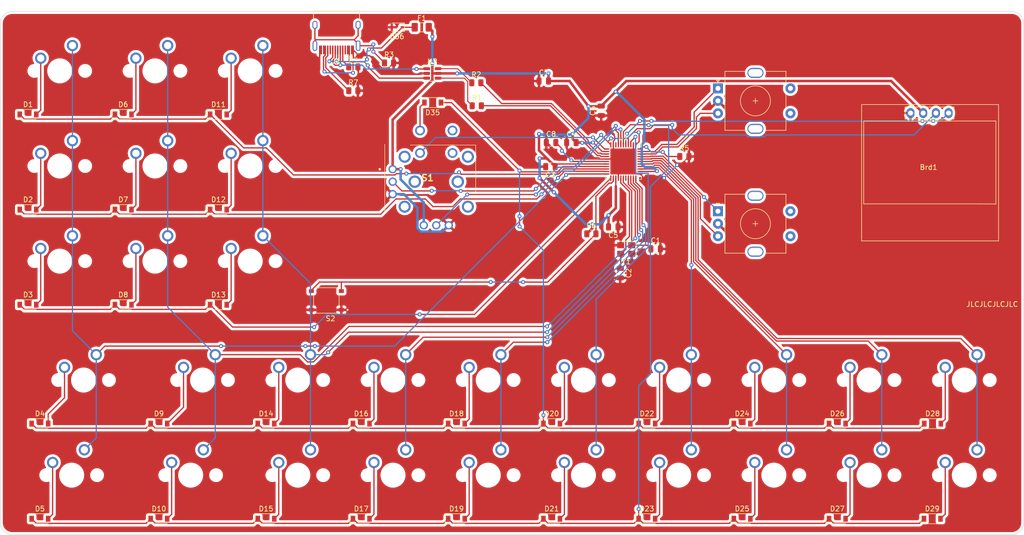
<source format=kicad_pcb>
(kicad_pcb (version 20211014) (generator pcbnew)
  (layers (0 "F.Cu" signal) (31 "B.Cu" signal) (34 "B.Paste" user) (35 "F.Paste" user) (36 "B.SilkS" user "B.Silkscreen") (37 "F.SilkS" user "F.Silkscreen") (38 "B.Mask" user) (39 "F.Mask" user) (44 "Edge.Cuts" user))
  (net 0 "")
  (net 1 "GND")
  (net 2 "+5V")
  (net 3 "ROW0")
  (net 4 "Net-(D1-Pad2)")
  (net 5 "ROW1")
  (net 6 "Net-(D2-Pad2)")
  (net 7 "ROW2")
  (net 8 "Net-(D3-Pad2)")
  (net 9 "ROW3")
  (net 10 "Net-(D4-Pad2)")
  (net 11 "ROW4")
  (net 12 "Net-(D5-Pad2)")
  (net 13 "Net-(D6-Pad2)")
  (net 14 "Net-(D7-Pad2)")
  (net 15 "Net-(D8-Pad2)")
  (net 16 "Net-(D9-Pad2)")
  (net 17 "Net-(D10-Pad2)")
  (net 18 "Net-(D11-Pad2)")
  (net 19 "Net-(D12-Pad2)")
  (net 20 "Net-(D13-Pad2)")
  (net 21 "Net-(D14-Pad2)")
  (net 22 "Net-(D15-Pad2)")
  (net 23 "Net-(D16-Pad2)")
  (net 24 "Net-(D17-Pad2)")
  (net 25 "Net-(D18-Pad2)")
  (net 26 "Net-(D19-Pad2)")
  (net 27 "Net-(D20-Pad2)")
  (net 28 "Net-(D21-Pad2)")
  (net 29 "Net-(D22-Pad2)")
  (net 30 "Net-(D23-Pad2)")
  (net 31 "Net-(D24-Pad2)")
  (net 32 "Net-(D25-Pad2)")
  (net 33 "Net-(D26-Pad2)")
  (net 34 "Net-(D27-Pad2)")
  (net 35 "Net-(D28-Pad2)")
  (net 36 "Net-(D29-Pad2)")
  (net 37 "D+")
  (net 38 "D-")
  (net 49 "COL0")
  (net 50 "COL1")
  (net 51 "COL2")
  (net 52 "COL3")
  (net 53 "COL4")
  (net 54 "COL5")
  (net 55 "COL6")
  (net 56 "COL7")
  (net 57 "COL8")
  (net 58 "COL9")
  (net 59 "Net-(D35-Pad2)")
  (net 60 "Net-(R5-Pad1)")
  (net 62 "/D+F")
  (net 63 "/D-F")
  (net 64 "/XTAL1")
  (net 65 "/XTAL2")
  (net 66 "/RESET")
  (net 67 "/UCAP")
  (net 69 "SDA")
  (net 70 "SCL")
  (net 71 "VER")
  (net 72 "HOR")
  (net 73 "RE0A")
  (net 74 "RE0B")
  (net 75 "RE1A")
  (net 76 "RE1B")
  (net 77 "Net-(R3-Pad1)")
  (net 78 "Net-(R7-Pad1)")
  (net 79 "Net-(R4-Pad1)")
  (net 80 "Net-(D36-Pad1)")
  (net 81 "D+ I")
  (net 82 "D- I")
  (net 83 "COL10")
  (footprint "Capacitor_SMD:C_0805_2012Metric" (layer "F.Cu") (at 139.573 55.626)
    (fp_text reference "C8")
    (fp_text value "1uF")
  )
  (footprint "Capacitor_SMD:C_0805_2012Metric" (layer "F.Cu") (at 149.606 49.276 90)
    (fp_text reference "C6")
    (fp_text value "0.1uF")
  )
  (footprint "MX_Only:MXOnly-1.25U-NoLED" (layer "F.Cu") (at 67.46875 122.2375)
    (fp_text reference "SW10")
    (fp_text value "CherryMX")
  )
  (footprint "MX_Only:MXOnly-1U-NoLED" (layer "F.Cu") (at 222.25 103.1875)
    (fp_text reference "SW28")
    (fp_text value "CherryMX")
  )
  (footprint "MX_Only:MXOnly-1U-NoLED" (layer "F.Cu") (at 41.275 79.375)
    (fp_text reference "SW3")
    (fp_text value "CherryMX")
  )
  (footprint "MX_Only:MXOnly-1U-NoLED" (layer "F.Cu") (at 107.95 122.2375)
    (fp_text reference "SW17")
    (fp_text value "CherryMX")
  )
  (footprint "MX_Only:MXOnly-1.25U-NoLED" (layer "F.Cu") (at 43.65625 122.2375)
    (fp_text reference "SW5")
    (fp_text value "CherryMX")
  )
  (footprint "Package_DFN_QFN:QFN-44-1EP_7x7mm_P0.5mm_EP5.2x5.2mm" (layer "F.Cu") (at 154.036 59.421)
    (fp_text reference "U1")
    (fp_text value "ATmega32U4-M")
  )
  (footprint "MX_Only:MXOnly-1U-NoLED" (layer "F.Cu") (at 79.375 60.325)
    (fp_text reference "SW12")
    (fp_text value "CherryMX")
  )
  (footprint "Diode_SMD:D_SOD-123" (layer "F.Cu") (at 101.6 111.91875)
    (fp_text reference "D16")
    (fp_text value "D_Small")
  )
  (footprint "MX_Only:MXOnly-1U-NoLED" (layer "F.Cu") (at 203.2 103.1875)
    (fp_text reference "SW26")
    (fp_text value "CherryMX")
  )
  (footprint "Capacitor_SMD:C_0805_2012Metric" (layer "F.Cu") (at 143.637 55.626)
    (fp_text reference "C4")
    (fp_text value "0.1uF")
  )
  (footprint "MX_Only:MXOnly-1U-NoLED" (layer "F.Cu") (at 69.85 103.1875)
    (fp_text reference "SW9")
    (fp_text value "CherryMX")
  )
  (footprint "Diode_SMD:D_SOD-123" (layer "F.Cu") (at 139.7 130.96875)
    (fp_text reference "D21")
    (fp_text value "D_Small")
  )
  (footprint "MX_Only:MXOnly-1U-NoLED" (layer "F.Cu") (at 107.95 103.1875)
    (fp_text reference "SW16")
    (fp_text value "CherryMX")
  )
  (footprint "MX_Only:MXOnly-1.5U-NoLED" (layer "F.Cu") (at 46.0375 103.1875)
    (fp_text reference "SW4")
    (fp_text value "CherryMX")
  )
  (footprint "Diode_SMD:D_SOD-123" (layer "F.Cu") (at 53.975 50.00625)
    (fp_text reference "D6")
    (fp_text value "D_Small")
  )
  (footprint "USB_C_Receptacle_GT-USB-7010:USB_C_Receptacle_GT-USB-7010" (layer "F.Cu") (at 96.647 33.93 180)
    (fp_text reference "J1")
    (fp_text value "USB_C_Receptacle_USB2.0")
  )
  (footprint "Diode_SMD:D_SOD-123" (layer "F.Cu") (at 120.65 130.96875)
    (fp_text reference "D19")
    (fp_text value "D_Small")
  )
  (footprint "Capacitor_SMD:C_0805_2012Metric" (layer "F.Cu") (at 152.019 72.517 180)
    (fp_text reference "C5")
    (fp_text value "0.1uF")
  )
  (footprint "Diode_SMD:D_SOD-123" (layer "F.Cu") (at 37.30625 130.96875)
    (fp_text reference "D5")
    (fp_text value "D_Small")
  )
  (footprint "Capacitor_SMD:C_0805_2012Metric" (layer "F.Cu") (at 139.446 60.452 180)
    (fp_text reference "C3")
    (fp_text value "0.1uF")
  )
  (footprint "Diode_SMD:D_SOD-123" (layer "F.Cu") (at 61.11875 130.96875)
    (fp_text reference "D10")
    (fp_text value "D_Small")
  )
  (footprint "Keebio-Parts:RotaryEncoder_EC11" (layer "F.Cu") (at 180.463 47.27575)
    (fp_text reference "SW31")
    (fp_text value "RotaryEncoder")
  )
  (footprint "Diode_SMD:D_SOD-123" (layer "F.Cu") (at 158.75 111.91875)
    (fp_text reference "D22")
    (fp_text value "D_Small")
  )
  (footprint "Resistor_SMD:R_0805_2012Metric" (layer "F.Cu") (at 124.61875 43.65625)
    (fp_text reference "R2")
    (fp_text value "22")
  )
  (footprint "MX_Only:MXOnly-1U-NoLED" (layer "F.Cu") (at 127 122.2375)
    (fp_text reference "SW19")
    (fp_text value "CherryMX")
  )
  (footprint "Resistor_SMD:R_0805_2012Metric" (layer "F.Cu") (at 100.0125 40.48125)
    (fp_text reference "R4")
    (fp_text value "5.1k")
  )
  (footprint "Diode_SMD:D_SOD-123" (layer "F.Cu") (at 73.025 50.00625)
    (fp_text reference "D11")
    (fp_text value "D_Small")
  )
  (footprint "Fuse:Fuse_1206_3216Metric" (layer "F.Cu") (at 113.69375 32.54375)
    (fp_text reference "F1")
    (fp_text value "500mA")
  )
  (footprint "MX_Only:MXOnly-1U-NoLED" (layer "F.Cu") (at 127 103.1875)
    (fp_text reference "SW18")
    (fp_text value "CherryMX")
  )
  (footprint "Resistor_SMD:R_0805_2012Metric" (layer "F.Cu") (at 124.714 48.26)
    (fp_text reference "R1")
    (fp_text value "22")
  )
  (footprint "Diode_SMD:D_SOD-123" (layer "F.Cu") (at 53.975 88.10625)
    (fp_text reference "D8")
    (fp_text value "D_Small")
  )
  (footprint "Resistor_SMD:R_0805_2012Metric" (layer "F.Cu") (at 100.0125 45.24375)
    (fp_text reference "R7")
    (fp_text value "5.1k")
  )
  (footprint "Diode_SMD:D_SOD-123" (layer "F.Cu") (at 139.7 111.91875)
    (fp_text reference "D20")
    (fp_text value "D_Small")
  )
  (footprint "Diode_SMD:D_SOD-123" (layer "F.Cu") (at 120.65 111.91875)
    (fp_text reference "D18")
    (fp_text value "D_Small")
  )
  (footprint "Diode_SMD:D_SOD-123" (layer "F.Cu") (at 101.6 130.96875)
    (fp_text reference "D17")
    (fp_text value "D_Small")
  )
  (footprint "Diode_SMD:D_SOD-123" (layer "F.Cu") (at 215.9 111.91875)
    (fp_text reference "D28")
    (fp_text value "D_Small")
  )
  (footprint "Diode_SMD:D_SOD-123" (layer "F.Cu") (at 177.8 130.96875)
    (fp_text reference "D25")
    (fp_text value "D_Small")
  )
  (footprint "Diode_SMD:D_SOD-123" (layer "F.Cu") (at 61.11875 111.91875)
    (fp_text reference "D9")
    (fp_text value "D_Small")
  )
  (footprint "MX_Only:MXOnly-1U-NoLED" (layer "F.Cu") (at 165.1 122.2375)
    (fp_text reference "SW23")
    (fp_text value "CherryMX")
  )
  (footprint "MX_Only:MXOnly-1U-NoLED" (layer "F.Cu") (at 184.15 103.1875)
    (fp_text reference "SW24")
    (fp_text value "CherryMX")
  )
  (footprint "Diode_SMD:D_SOD-123" (layer "F.Cu") (at 82.55 130.96875)
    (fp_text reference "D15")
    (fp_text value "D_Small")
  )
  (footprint "MX_Only:MXOnly-1U-NoLED" (layer "F.Cu") (at 88.9 103.1875)
    (fp_text reference "SW14")
    (fp_text value "CherryMX")
  )
  (footprint "MX_Only:MXOnly-1U-NoLED" (layer "F.Cu") (at 222.25 122.2375)
    (fp_text reference "SW29")
    (fp_text value "CherryMX")
  )
  (footprint "MX_Only:MXOnly-1U-NoLED" (layer "F.Cu") (at 41.275 60.325)
    (fp_text reference "SW2")
    (fp_text value "CherryMX")
  )
  (footprint "MX_Only:MXOnly-1U-NoLED" (layer "F.Cu") (at 165.1 103.1875)
    (fp_text reference "SW22")
    (fp_text value "CherryMX")
  )
  (footprint "Resistor_SMD:R_0805_2012Metric" (layer "F.Cu") (at 147.6375 73.914)
    (fp_text reference "R6")
    (fp_text value "10k")
  )
  (footprint "Capacitor_SMD:C_0805_2012Metric" (layer "F.Cu") (at 138.1125 43.307)
    (fp_text reference "C7")
    (fp_text value "10uF")
  )
  (footprint "Diode_SMD:D_SOD-123" (layer "F.Cu") (at 115.8875 47.625 180)
    (fp_text reference "D35")
    (fp_text value "D_Small")
  )
  (footprint "Diode_SMD:D_SOD-123" (layer "F.Cu") (at 158.75 130.96875)
    (fp_text reference "D23")
    (fp_text value "D_Small")
  )
  (footprint "Diode_SMD:D_SOD-123" (layer "F.Cu") (at 82.55 111.91875)
    (fp_text reference "D14")
    (fp_text value "D_Small")
  )
  (footprint "MX_Only:MXOnly-1U-NoLED" (layer "F.Cu") (at 203.2 122.2375)
    (fp_text reference "SW27")
    (fp_text value "CherryMX")
  )
  (footprint "Resistor_SMD:R_0805_2012Metric" (layer "F.Cu") (at 107.15625 39.6875)
    (fp_text reference "R3")
    (fp_text value "1M")
  )
  (footprint "Diode_SMD:D_SOD-123" (layer "F.Cu") (at 37.30625 111.91875)
    (fp_text reference "D4")
    (fp_text value "D_Small")
  )
  (footprint "SamacSys_Parts:RKJXV122400R" (layer "F.Cu") (at 107.87625 60.96625 180)
    (fp_text reference "S1")
    (fp_text value "RKJXV122400R" hide)
  )
  (footprint "MX_Only:MXOnly-1U-NoLED" (layer "F.Cu") (at 146.05 103.1875)
    (fp_text reference "SW20")
    (fp_text value "CherryMX")
  )
  (footprint "Capacitor_SMD:C_0805_2012Metric" (layer "F.Cu") (at 153.416 81.788 -90)
    (fp_text reference "C2")
    (fp_text value "22pF")
  )
  (footprint "Diode_SMD:D_SOD-123" (layer "F.Cu") (at 34.925 88.10625)
    (fp_text reference "D3")
    (fp_text value "D_Small")
  )
  (footprint "Capacitor_SMD:C_0805_2012Metric" (layer "F.Cu") (at 160.49375 76.93025)
    (fp_text reference "C1")
    (fp_text value "22pF")
  )
  (footprint "MX_Only:MXOnly-1U-NoLED" (layer "F.Cu") (at 60.325 79.375)
    (fp_text reference "SW8")
    (fp_text value "CherryMX")
  )
  (footprint "MX_Only:MXOnly-1U-NoLED" (layer "F.Cu") (at 146.05 122.2375)
    (fp_text reference "SW21")
    (fp_text value "CherryMX")
  )
  (footprint "Crystal:Crystal_SMD_3225-4Pin_3.2x2.5mm" (layer "F.Cu") (at 154.602 77.05 180)
    (fp_text reference "Y1")
    (fp_text value "16 MHz")
  )
  (footprint "MX_Only:MXOnly-1U-NoLED" (layer "F.Cu") (at 41.275 41.275)
    (fp_text reference "SW1")
    (fp_text value "CherryMX")
  )
  (footprint "MX_Only:MXOnly-1U-NoLED" (layer "F.Cu") (at 79.375 79.375)
    (fp_text reference "SW13")
    (fp_text value "CherryMX")
  )
  (footprint "Diode_SMD:D_SOD-123" (layer "F.Cu") (at 215.8375 130.96875)
    (fp_text reference "D29")
    (fp_text value "D_Small")
  )
  (footprint "Diode_SMD:D_SOD-123" (layer "F.Cu") (at 34.925 69.05625)
    (fp_text reference "D2")
    (fp_text value "D_Small")
  )
  (footprint "MX_Only:MXOnly-1U-NoLED" (layer "F.Cu") (at 60.325 60.325)
    (fp_text reference "SW7")
    (fp_text value "CherryMX")
  )
  (footprint "Resistor_SMD:R_0805_2012Metric" (layer "F.Cu") (at 166.243 58.42)
    (fp_text reference "R5")
    (fp_text value "10k")
  )
  (footprint "Keebio-Parts:RotaryEncoder_EC11" (layer "F.Cu") (at 180.463 71.882)
    (fp_text reference "SW30")
    (fp_text value "RotaryEncoder")
  )
  (footprint "MX_Only:MXOnly-1U-NoLED" (layer "F.Cu") (at 88.9 122.2375)
    (fp_text reference "SW15")
    (fp_text value "CherryMX")
  )
  (footprint "Diode_SMD:D_SOD-123" (layer "F.Cu") (at 177.8 111.91875)
    (fp_text reference "D24")
    (fp_text value "D_Small")
  )
  (footprint "Diode_SMD:D_SOD-123" (layer "F.Cu") (at 196.85 130.96875)
    (fp_text reference "D27")
    (fp_text value "D_Small")
  )
  (footprint "MX_Only:MXOnly-1U-NoLED" (layer "F.Cu") (at 79.375 41.275)
    (fp_text reference "SW11")
    (fp_text value "CherryMX")
  )
  (footprint "Diode_SMD:D_SOD-123" (layer "F.Cu") (at 196.85 111.91875)
    (fp_text reference "D26")
    (fp_text value "D_Small")
  )
  (footprint "Diode_SMD:D_SOD-123" (layer "F.Cu") (at 73.025 88.10625)
    (fp_text reference "D13")
    (fp_text value "D_Small")
  )
  (footprint "SW_TS-1187A-B-A-B:SW_TS-1187A-B-A-B" (layer "F.Cu") (at 94.615 87.249 180)
    (fp_text reference "S2")
    (fp_text value "TS-1187A-B-A-B")
  )
  (footprint "Package_TO_SOT_SMD:SOT-23-6" (layer "F.Cu") (at 115.824 41.783)
    (fp_text reference "U2")
    (fp_text value "USBLC6-2SC6")
  )
  (footprint "Diode_SMD:D_SOD-323" (layer "F.Cu") (at 108.74375 32.54375 180)
    (fp_text reference "D36")
    (fp_text value "SD05_SOD323")
  )
  (footprint "MX_Only:MXOnly-1U-NoLED" (layer "F.Cu") (at 60.325 41.275)
    (fp_text reference "SW6")
    (fp_text value "CherryMX")
  )
  (footprint "Diode_SMD:D_SOD-123" (layer "F.Cu") (at 73.025 69.05625)
    (fp_text reference "D12")
    (fp_text value "D_Small")
  )
  (footprint "Diode_SMD:D_SOD-123" (layer "F.Cu") (at 34.925 50.00625)
    (fp_text reference "D1")
    (fp_text value "D_Small")
  )
  (footprint "SSD1306:128x64OLED" (layer "F.Cu") (at 215.10625 60.325)
    (fp_text reference "Brd1")
    (fp_text value "SSD1306")
  )
  (footprint "MX_Only:MXOnly-1U-NoLED" (layer "F.Cu") (at 184.15 122.2375)
    (fp_text reference "SW25")
    (fp_text value "CherryMX")
  )
  (footprint "Diode_SMD:D_SOD-123" (layer "F.Cu") (at 53.975 69.05625)
    (fp_text reference "D7")
    (fp_text value "D_Small")
  )
  (gr_line (start 31.75 29.36875) (end 231.775 29.36875) (layer "Edge.Cuts") (width 0.1))
  (gr_line (start 231.775 134.14375) (end 31.75 134.14375) (layer "Edge.Cuts") (width 0.1))
  (gr_arc (start 234.15625 131.7625) (mid 233.458798 133.446298) (end 231.775 134.14375) (layer "Edge.Cuts") (width 0.1))
  (gr_line (start 29.36875 131.7625) (end 29.36875 31.75) (layer "Edge.Cuts") (width 0.1))
  (gr_arc (start 31.75 134.14375) (mid 30.066202 133.446298) (end 29.36875 131.7625) (layer "Edge.Cuts") (width 0.1))
  (gr_arc (start 29.36875 31.75) (mid 30.066202 30.066202) (end 31.75 29.36875) (layer "Edge.Cuts") (width 0.1))
  (gr_arc (start 231.775 29.36875) (mid 233.458798 30.066202) (end 234.15625 31.75) (layer "Edge.Cuts") (width 0.1))
  (gr_line (start 234.15625 31.75) (end 234.15625 131.7625) (layer "Edge.Cuts") (width 0.1))
  (gr_text "JLCJLCJLCJLC" (at 227.838 88.011) (layer "F.SilkS") (effects (font (size 1 1))))
  (segment (start 103.251 38.227) (end 105.73602 40.71202) (width 0.25) (layer "F.Cu") (net 1))
  (segment (start 144.399 58.801) (end 144.399 58.674) (width 0.5) (layer "F.Cu") (net 1))
  (segment (start 149.726 58.921) (end 149.719 58.928) (width 0.25) (layer "F.Cu") (net 1))
  (segment (start 158.19515 62.74265) (end 162.183666 62.74265) (width 0.25) (layer "F.Cu") (net 1))
  (segment (start 144.071989 58.346989) (end 141.343989 58.346989) (width 0.5) (layer "F.Cu") (net 1))
  (segment (start 156.036 57.421) (end 154.036 59.421) (width 0.25) (layer "F.Cu") (net 1))
  (segment (start 156.51148 61.89648) (end 154.036 59.421) (width 0.25) (layer "F.Cu") (net 1))
  (segment (start 149.098 58.801) (end 144.399 58.801) (width 0.5) (layer "F.Cu") (net 1))
  (segment (start 157.3735 61.921) (end 157.34898 61.89648) (width 0.25) (layer "F.Cu") (net 1))
  (segment (start 153.536 58.921) (end 154.036 59.421) (width 0.25) (layer "F.Cu") (net 1))
  (segment (start 153.036 62.7585) (end 153.036 60.421) (width 0.25) (layer "F.Cu") (net 1))
  (segment (start 164.7929 60.1241) (end 165.4514 60.1241) (width 0.25) (layer "F.Cu") (net 1))
  (segment (start 107.04423 40.71202) (end 108.06875 39.6875) (width 0.25) (layer "F.Cu") (net 1))
  (segment (start 152.036 56.0835) (end 152.036 55.36288) (width 0.25) (layer "F.Cu") (net 1))
  (segment (start 149.719 58.928) (end 149.225 58.928) (width 0.25) (layer "F.Cu") (net 1))
  (segment (start 152.298644 54.381644) (end 149.606 51.689) (width 0.25) (layer "F.Cu") (net 1))
  (segment (start 165.4514 60.1241) (end 167.1555 58.42) (width 0.25) (layer "F.Cu") (net 1))
  (segment (start 153.036 60.421) (end 154.036 59.421) (width 0.25) (layer "F.Cu") (net 1))
  (segment (start 144.399 58.674) (end 144.071989 58.346989) (width 0.5) (layer "F.Cu") (net 1))
  (segment (start 141.343989 58.346989) (end 138.623 55.626) (width 0.5) (layer "F.Cu") (net 1))
  (segment (start 99.997 37.08) (end 101.144 38.227) (width 0.25) (layer "F.Cu") (net 1))
  (segment (start 152.036 57.421) (end 154.036 59.421) (width 0.25) (layer "F.Cu") (net 1))
  (segment (start 105.73602 40.71202) (end 107.04423 40.71202) (width 0.25) (layer "F.Cu") (net 1))
  (segment (start 156.036 56.0835) (end 156.036 57.421) (width 0.25) (layer "F.Cu") (net 1))
  (segment (start 152.036 56.0835) (end 152.036 57.421) (width 0.25) (layer "F.Cu") (net 1))
  (segment (start 157.3735 61.921) (end 158.19515 62.74265) (width 0.25) (layer "F.Cu") (net 1))
  (segment (start 150.6985 58.921) (end 153.536 58.921) (width 0.25) (layer "F.Cu") (net 1))
  (segment (start 101.144 38.227) (end 103.251 38.227) (width 0.25) (layer "F.Cu") (net 1))
  (segment (start 149.606 51.689) (end 149.606 50.226) (width 0.25) (layer "F.Cu") (net 1))
  (segment (start 149.225 58.928) (end 149.098 58.801) (width 0.25) (layer "F.Cu") (net 1))
  (segment (start 157.34898 61.89648) (end 156.51148 61.89648) (width 0.25) (layer "F.Cu") (net 1))
  (segment (start 152.036 55.36288) (end 152.298644 55.100236) (width 0.25) (layer "F.Cu") (net 1))
  (segment (start 152.298644 55.100236) (end 152.298644 54.381644) (width 0.25) (layer "F.Cu") (net 1))
  (segment (start 138.557 60.391) (end 138.496 60.452) (width 0.5) (layer "F.Cu") (net 1))
  (segment (start 150.6985 58.921) (end 149.726 58.921) (width 0.25) (layer "F.Cu") (net 1))
  (via (at 164.7929 60.1241) (size 0.8) (drill 0.4) (layers "F.Cu" "B.Cu") (net 1))
  (via (at 162.183666 62.74265) (size 0.8) (drill 0.4) (layers "F.Cu" "B.Cu") (net 1))
  (segment (start 162.183666 62.74265) (end 164.7929 60.133416) (width 0.25) (layer "B.Cu") (net 1))
  (segment (start 112.831739 68.683977) (end 112.831739 72.826739) (width 0.5) (layer "B.Cu") (net 1))
  (segment (start 112.831739 72.826739) (end 113.475761 73.470761) (width 0.5) (layer "B.Cu") (net 1))
  (segment (start 117.831739 73.470761) (end 119.10625 72.19625) (width 0.5) (layer "B.Cu") (net 1))
  (segment (start 107.87625 65.96625) (end 110.114012 65.96625) (width 0.5) (layer "B.Cu") (net 1))
  (segment (start 164.7929 60.133416) (end 164.7929 60.1241) (width 0.25) (layer "B.Cu") (net 1))
  (segment (start 110.114012 65.96625) (end 112.831739 68.683977) (width 0.5) (layer "B.Cu") (net 1))
  (segment (start 113.475761 73.470761) (end 117.831739 73.470761) (width 0.5) (layer "B.Cu") (net 1))
  (segment (start 115.824 43.105849) (end 115.824 41.783) (width 0.5) (layer "F.Cu") (net 2))
  (segment (start 115.09375 32.54375) (end 115.79852 33.24852) (width 0.5) (layer "F.Cu") (net 2))
  (segment (start 143.256 43.307) (end 139.0625 43.307) (width 0.5) (layer "F.Cu") (net 2))
  (segment (start 143.87678 54.91578) (end 144.587 55.626) (width 0.5) (layer "F.Cu") (net 2))
  (segment (start 147.8255 72.8135) (end 146.725 73.914) (width 0.5) (layer "F.Cu") (net 2))
  (segment (start 154.625 43.307) (end 152.4965 45.4355) (width 0.5) (layer "F.Cu") (net 2))
  (segment (start 107.87625 60.96625) (end 109.46775 60.96625) (width 0.5) (layer "F.Cu") (net 2))
  (segment (start 109.46775 60.96625) (end 109.474 60.96) (width 0.5) (layer "F.Cu") (net 2))
  (segment (start 152.527 63.5) (end 152.527 64.389) (width 0.25) (layer "F.Cu") (net 2))
  (segment (start 138.8415 58.8975) (end 140.396 60.452) (width 0.5) (layer "F.Cu") (net 2))
  (segment (start 140.127563 65.578563) (end 137.287 62.738) (width 0.5) (layer "F.Cu") (net 2))
  (segment (start 138.8415 58.8975) (end 138.745 58.801) (width 0.5) (layer "F.Cu") (net 2))
  (segment (start 116.9615 41.783) (end 115.824 41.783) (width 0.5) (layer "F.Cu") (net 2))
  (segment (start 152.536 62.7585) (end 152.536 63.491) (width 0.25) (layer "F.Cu") (net 2))
  (segment (start 148.011227 55.630299) (end 149.801928 57.421) (width 0.25) (layer "F.Cu") (net 2))
  (segment (start 147.950701 55.630299) (end 148.011227 55.630299) (width 0.25) (layer "F.Cu") (net 2))
  (segment (start 207.60825 43.307) (end 154.625 43.307) (width 0.5) (layer "F.Cu") (net 2))
  (segment (start 152.4965 45.4355) (end 149.606 48.326) (width 0.5) (layer "F.Cu") (net 2))
  (segment (start 115.824 41.783) (end 115.824 39.751) (width 0.5) (layer "F.Cu") (net 2))
  (segment (start 145.740076 55.626) (end 145.796011 55.681935) (width 0.5) (layer "F.Cu") (net 2))
  (segment (start 151.574133 54.800867) (end 150.91375 55.46125) (width 0.25) (layer "F.Cu") (net 2))
  (segment (start 137.16 53.8855) (end 137.16 57.216) (width 0.5) (layer "F.Cu") (net 2))
  (segment (start 147.066 48.387) (end 143.256 43.307) (width 0.5) (layer "F.Cu") (net 2))
  (segment (start 139.065 41.783) (end 139.065 43.3045) (width 0.5) (layer "F.Cu") (net 2))
  (segment (start 151.536 56.0835) (end 150.91375 55.46125) (width 0.25) (layer "F.Cu") (net 2))
  (segment (start 115.824 33.274) (end 115.824 34.417) (width 0.5) (layer "F.Cu") (net 2))
  (segment (start 152.527 64.389) (end 152.527 68.7565) (width 0.5) (layer "F.Cu") (net 2))
  (segment (start 140.396 60.452) (end 140.927 59.921) (width 0.25) (layer "F.Cu") (net 2))
  (segment (start 157.188511 55.430989) (end 157.188511 53.683511) (width 0.25) (layer "F.Cu") (net 2))
  (segment (start 147.066 48.387) (end 149.545 48.387) (width 0.5) (layer "F.Cu") (net 2))
  (segment (start 157.3735 61.421) (end 160.701985 61.421) (width 0.25) (layer "F.Cu") (net 2))
  (segment (start 138.745 58.801) (end 137.287 58.801) (width 0.5) (layer "F.Cu") (net 2))
  (segment (start 147.8255 72.009) (end 147.8255 72.8135) (width 0.5) (layer "F.Cu") (net 2))
  (segment (start 214.02625 49.725) (end 207.60825 43.307) (width 0.5) (layer "F.Cu") (net 2))
  (segment (start 160.701985 61.421) (end 160.777805 61.34518) (width 0.25) (layer "F.Cu") (net 2))
  (segment (start 152.527 68.7565) (end 151.09125 70.19225) (width 0.5) (layer "F.Cu") (net 2))
  (segment (start 157.188511 53.683511) (end 157.099 53.594) (width 0.25) (layer "F.Cu") (net 2))
  (segment (start 149.596676 54.144176) (end 149.596676 54.092676) (width 0.25) (layer "F.Cu") (net 2))
  (segment (start 137.16 57.216) (end 138.8415 58.8975) (width 0.5) (layer "F.Cu") (net 2))
  (segment (start 151.069 70.2145) (end 151.09125 70.19225) (width 0.5) (layer "F.Cu") (net 2))
  (segment (start 156.536 56.0835) (end 157.188511 55.430989) (width 0.25) (layer "F.Cu") (net 2))
  (segment (start 144.587 55.626) (end 145.740076 55.626) (width 0.5) (layer "F.Cu") (net 2))
  (segment (start 149.545 48.387) (end 149.606 48.326) (width 0.5) (layer "F.Cu") (net 2))
  (segment (start 139.065 43.3045) (end 139.0625 43.307) (width 0.5) (layer "F.Cu") (net 2))
  (segment (start 107.87625 60.96625) (end 107.87625 51.053599) (width 0.5) (layer "F.Cu") (net 2))
  (segment (start 151.069 72.517) (end 151.069 70.2145) (width 0.5) (layer "F.Cu") (net 2))
  (segment (start 152.536 63.491) (end 152.527 63.5) (width 0.25) (layer "F.Cu") (net 2))
  (segment (start 150.91375 55.46125) (end 149.596676 54.144176) (width 0.25) (layer "F.Cu") (net 2))
  (segment (start 151.574133 54.800133) (end 151.574133 54.800867) (width 0.25) (layer "F.Cu") (net 2))
  (segment (start 143.87678 53.8855) (end 143.87678 54.91578) (width 0.5) (layer "F.Cu") (net 2))
  (segment (start 116.9615 41.783) (end 120.777 41.783) (width 0.5) (layer "F.Cu") (net 2))
  (segment (start 107.87625 51.053599) (end 115.824 43.105849) (width 0.5) (layer "F.Cu") (net 2))
  (segment (start 149.801928 57.421) (end 150.6985 57.421) (width 0.25) (layer "F.Cu") (net 2))
  (segment (start 140.927 59.921) (end 150.6985 59.921) (width 0.25) (layer "F.Cu") (net 2))
  (segment (start 115.79852 33.24852) (end 115.824 33.274) (width 0.5) (layer "F.Cu") (net 2))
  (via (at 147.8255 72.009) (size 0.8) (drill 0.4) (layers "F.Cu" "B.Cu") (net 2))
  (via (at 137.16 53.8855) (size 0.8) (drill 0.4) (layers "F.Cu" "B.Cu") (net 2))
  (via (at 151.09125 70.19225) (size 0.8) (drill 0.4) (layers "F.Cu" "B.Cu") (net 2))
  (via (at 109.474 60.96) (size 0.8) (drill 0.4) (layers "F.Cu" "B.Cu") (net 2))
  (via (at 120.777 41.783) (size 0.8) (drill 0.4) (layers "F.Cu" "B.Cu") (net 2))
  (via (at 152.4965 45.4355) (size 0.8) (drill 0.4) (layers "F.Cu" "B.Cu") (net 2))
  (via (at 137.287 58.801) (size 0.8) (drill 0.4) (layers "F.Cu" "B.Cu") (net 2))
  (via (at 137.287 62.738) (size 0.8) (drill 0.4) (layers "F.Cu" "B.Cu") (net 2))
  (via (at 140.127563 65.578563) (size 0.8) (drill 0.4) (layers "F.Cu" "B.Cu") (net 2))
  (via (at 115.824 34.417) (size 0.8) (drill 0.4) (layers "F.Cu" "B.Cu") (net 2))
  (via (at 147.066 48.387) (size 0.8) (drill 0.4) (layers "F.Cu" "B.Cu") (net 2))
  (via (at 147.950701 55.630299) (size 0.8) (drill 0.4) (layers "F.Cu" "B.Cu") (net 2))
  (via (at 139.065 41.783) (size 0.8) (drill 0.4) (layers "F.Cu" "B.Cu") (net 2))
  (via (at 143.87678 53.8855) (size 0.8) (drill 0.4) (layers "F.Cu" "B.Cu") (net 2))
  (via (at 157.099 53.594) (size 0.8) (drill 0.4) (layers "F.Cu" "B.Cu") (net 2))
  (via (at 145.796011 55.681935) (size 0.8) (drill 0.4) (layers "F.Cu" "B.Cu") (net 2))
  (via (at 115.824 39.751) (size 0.8) (drill 0.4) (layers "F.Cu" "B.Cu") (net 2))
  (via (at 160.777805 61.34518) (size 0.8) (drill 0.4) (layers "F.Cu" "B.Cu") (net 2))
  (via (at 149.596676 54.092676) (size 0.8) (drill 0.4) (layers "F.Cu" "B.Cu") (net 2))
  (via (at 151.574133 54.800133) (size 0.8) (drill 0.4) (layers "F.Cu" "B.Cu") (net 2))
  (segment (start 143.83052 54.03548) (end 137.30998 54.03548) (width 0.5) (layer "B.Cu") (net 2))
  (segment (start 148.059053 55.630299) (end 147.950701 55.630299) (width 0.25) (layer "B.Cu") (net 2))
  (segment (start 147.899065 55.681935) (end 147.950701 55.630299) (width 0.5) (layer "B.Cu") (net 2))
  (segment (start 154.832981 54.800133) (end 151.574133 54.800133) (width 0.25) (layer "B.Cu") (net 2))
  (segment (start 152.681891 45.4355) (end 158.242 50.995609) (width 0.5) (layer "B.Cu") (net 2))
  (segment (start 160.02 60.579) (end 160.777805 61.336805) (width 0.5) (layer "B.Cu") (net 2))
  (segment (start 143.87678 53.98922) (end 143.83052 54.03548) (width 0.5) (layer "B.Cu") (net 2))
  (segment (start 156.039114 53.594) (end 154.832981 54.800133) (width 0.25) (layer "B.Cu") (net 2))
  (segment (start 149.596676 54.092676) (end 148.059053 55.630299) (width 0.25) (layer "B.Cu") (net 2))
  (segment (start 152.4965 45.4355) (end 152.681891 45.4355) (width 0.5) (layer "B.Cu") (net 2))
  (segment (start 157.734 59.944) (end 158.369 60.579) (width 0.5) (layer "B.Cu") (net 2))
  (segment (start 147.066 48.387) (end 147.066 50.69628) (width 0.5) (layer "B.Cu") (net 2))
  (segment (start 158.369 60.579) (end 160.02 60.579) (width 0.5) (layer "B.Cu") (net 2))
  (segment (start 160.777805 61.336805) (end 160.777805 61.34518) (width 0.5) (layer "B.Cu") (net 2))
  (segment (start 149.2745 72.009) (end 151.09125 70.19225) (width 0.5) (layer "B.Cu") (net 2))
  (segment (start 158.242 55.499) (end 157.734 56.007) (width 0.5) (layer "B.Cu") (net 2))
  (segment (start 146.558 72.009) (end 147.8255 72.009) (width 0.5) (layer "B.Cu") (net 2))
  (segment (start 143.87678 53.8855) (end 143.87678 53.98922) (width 0.5) (layer "B.Cu") (net 2))
  (segment (start 149.2745 72.009) (end 147.8255 72.009) (width 0.5) (layer "B.Cu") (net 2))
  (segment (start 114.10625 67.652045) (end 114.10625 72.19625) (width 0.5) (layer "B.Cu") (net 2))
  (segment (start 137.287 58.801) (end 137.287 62.738) (width 0.5) (layer "B.Cu") (net 2))
  (segment (start 157.734 56.007) (end 157.734 59.944) (width 0.5) (layer "B.Cu") (net 2))
  (segment (start 146.558 72.009) (end 140.127563 65.578563) (width 0.5) (layer "B.Cu") (net 2))
  (segment (start 115.824 34.417) (end 115.824 39.751) (width 0.5) (layer "B.Cu") (net 2))
  (segment (start 152.505114 45.4355) (end 152.4965 45.4355) (width 0.25) (layer "B.Cu") (net 2))
  (segment (start 145.796011 55.681935) (end 147.899065 55.681935) (width 0.5) (layer "B.Cu") (net 2))
  (segment (start 109.474 63.019795) (end 114.10625 67.652045) (width 0.5) (layer "B.Cu") (net 2))
  (segment (start 137.30998 54.03548) (end 137.16 53.8855) (width 0.5) (layer "B.Cu") (net 2))
  (segment (start 120.777 41.783) (end 139.065 41.783) (width 0.5) (layer "B.Cu") (net 2))
  (segment (start 158.242 50.995609) (end 158.242 55.499) (width 0.5) (layer "B.Cu") (net 2))
  (segment (start 157.099 53.594) (end 156.039114 53.594) (width 0.25) (layer "B.Cu") (net 2))
  (segment (start 109.474 60.96) (end 109.474 63.019795) (width 0.5) (layer "B.Cu") (net 2))
  (segment (start 147.066 50.69628) (end 143.87678 53.8855) (width 0.5) (layer "B.Cu") (net 2))
  (segment (start 121.625018 61.976) (end 121.515096 61.866078) (width 0.25) (layer "F.Cu") (net 3))
  (segment (start 52.325 50.00625) (end 51.400489 50.930761) (width 0.25) (layer "F.Cu") (net 3))
  (segment (start 34.199511 50.930761) (end 33.275 50.00625) (width 0.25) (layer "F.Cu") (net 3))
  (segment (start 82.602511 56.694511) (end 78.063261 56.694511) (width 0.25) (layer "F.Cu") (net 3))
  (segment (start 142.100211 60.921) (end 141.045211 61.976) (width 0.25) (layer "F.Cu") (net 3))
  (segment (start 110.599922 61.866078) (end 110.617 61.849) (width 0.25) (layer "F.Cu") (net 3))
  (segment (start 121.539 61.976) (end 121.625018 61.976) (width 0.25) (layer "F.Cu") (net 3))
  (segment (start 108.352394 62.115761) (end 88.023761 62.115761) (width 0.25) (layer "F.Cu") (net 3))
  (segment (start 108.602077 61.866078) (end 108.352394 62.115761) (width 0.25) (layer "F.Cu") (net 3))
  (segment (start 88.023761 62.115761) (end 82.602511 56.694511) (width 0.25) (layer "F.Cu") (net 3))
  (segment (start 78.063261 56.694511) (end 71.375 50.00625) (width 0.25) (layer "F.Cu") (net 3))
  (segment (start 53.249511 50.930761) (end 52.325 50.00625) (width 0.25) (layer "F.Cu") (net 3))
  (segment (start 121.158 61.595) (end 121.539 61.976) (width 0.25) (layer "F.Cu") (net 3))
  (segment (start 51.400489 50.930761) (end 34.199511 50.930761) (width 0.25) (layer "F.Cu") (net 3))
  (segment (start 150.6985 60.921) (end 142.100211 60.921) (width 0.25) (layer "F.Cu") (net 3))
  (segment (start 108.602077 61.866078) (end 110.599922 61.866078) (width 0.25) (layer "F.Cu") (net 3))
  (segment (start 141.045211 61.976) (end 121.625018 61.976) (width 0.25) (layer "F.Cu") (net 3))
  (segment (start 71.375 50.00625) (end 70.450489 50.930761) (width 0.25) (layer "F.Cu") (net 3))
  (segment (start 70.450489 50.930761) (end 53.249511 50.930761) (width 0.25) (layer "F.Cu") (net 3))
  (via (at 110.617 61.849) (size 0.8) (drill 0.4) (layers "F.Cu" "B.Cu") (net 3))
  (via (at 121.158 61.595) (size 0.8) (drill 0.4) (layers "F.Cu" "B.Cu") (net 3))
  (segment (start 110.617 61.849) (end 120.904 61.849) (width 0.25) (layer "B.Cu") (net 3))
  (segment (start 120.904 61.849) (end 121.158 61.595) (width 0.25) (layer "B.Cu") (net 3))
  (segment (start 37.465 49.11625) (end 36.575 50.00625) (width 0.25) (layer "F.Cu") (net 4))
  (segment (start 37.465 38.735) (end 37.465 49.11625) (width 0.25) (layer "F.Cu") (net 4))
  (segment (start 71.375 69.05625) (end 70.450489 69.980761) (width 0.25) (layer "F.Cu") (net 5))
  (segment (start 121.412 66.929) (end 136.727929 66.929) (width 0.25) (layer "F.Cu") (net 5))
  (segment (start 53.249511 69.980761) (end 52.325 69.05625) (width 0.25) (layer "F.Cu") (net 5))
  (segment (start 119.888 68.453) (end 121.412 66.929) (width 0.25) (layer "F.Cu") (net 5))
  (segment (start 51.400489 69.980761) (end 34.199511 69.980761) (width 0.25) (layer "F.Cu") (net 5))
  (segment (start 108.539155 66.929) (end 114.427 66.929) (width 0.25) (layer "F.Cu") (net 5))
  (segment (start 142.286409 61.37052) (end 140.944465 62.712465) (width 0.25) (layer "F.Cu") (net 5))
  (segment (start 52.325 69.05625) (end 51.400489 69.980761) (width 0.25) (layer "F.Cu") (net 5))
  (segment (start 114.427 66.929) (end 115.951 68.453) (width 0.25) (layer "F.Cu") (net 5))
  (segment (start 150.063192 61.37052) (end 142.286409 61.37052) (width 0.25) (layer "F.Cu") (net 5))
  (segment (start 136.727929 66.929) (end 137.642465 66.014465) (width 0.25) (layer "F.Cu") (net 5))
  (segment (start 115.951 68.453) (end 119.888 68.453) (width 0.25) (layer "F.Cu") (net 5))
  (segment (start 150.113672 61.421) (end 150.063192 61.37052) (width 0.25) (layer "F.Cu") (net 5))
  (segment (start 150.6985 61.421) (end 150.113672 61.421) (width 0.25) (layer "F.Cu") (net 5))
  (segment (start 34.199511 69.980761) (end 33.275 69.05625) (width 0.25) (layer "F.Cu") (net 5))
  (segment (start 71.375 69.05625) (end 72.299511 69.980761) (width 0.25) (layer "F.Cu") (net 5))
  (segment (start 105.487394 69.980761) (end 108.539155 66.929) (width 0.25) (layer "F.Cu") (net 5))
  (segment (start 70.450489 69.980761) (end 53.249511 69.980761) (width 0.25) (layer "F.Cu") (net 5))
  (segment (start 72.299511 69.980761) (end 105.487394 69.980761) (width 0.25) (layer "F.Cu") (net 5))
  (via (at 137.642465 66.014465) (size 0.8) (drill 0.4) (layers "F.Cu" "B.Cu") (net 5))
  (via (at 140.944465 62.712465) (size 0.8) (drill 0.4) (layers "F.Cu" "B.Cu") (net 5))
  (segment (start 140.944465 62.712465) (end 137.642465 66.014465) (width 0.25) (layer "B.Cu") (net 5))
  (segment (start 37.465 68.16625) (end 36.575 69.05625) (width 0.25) (layer "F.Cu") (net 6))
  (segment (start 37.465 57.785) (end 37.465 68.16625) (width 0.25) (layer "F.Cu") (net 6))
  (segment (start 113.289989 90.037011) (end 113.284 90.043) (width 0.25) (layer "F.Cu") (net 7))
  (segment (start 75.85175 92.583) (end 71.375 88.10625) (width 0.25) (layer "F.Cu") (net 7))
  (segment (start 53.249511 89.030761) (end 52.325 88.10625) (width 0.25) (layer "F.Cu") (net 7))
  (segment (start 51.400489 89.030761) (end 34.199511 89.030761) (width 0.25) (layer "F.Cu") (net 7))
  (segment (start 71.375 88.10625) (end 70.450489 89.030761) (width 0.25) (layer "F.Cu") (net 7))
  (segment (start 124.257489 90.037011) (end 113.289989 90.037011) (width 0.25) (layer "F.Cu") (net 7))
  (segment (start 151.536 62.7585) (end 124.257489 90.037011) (width 0.25) (layer "F.Cu") (net 7))
  (segment (start 92.1645 92.583) (end 75.85175 92.583) (width 0.25) (layer "F.Cu") (net 7))
  (segment (start 52.325 88.10625) (end 51.400489 89.030761) (width 0.25) (layer "F.Cu") (net 7))
  (segment (start 34.199511 89.030761) (end 33.275 88.10625) (width 0.25) (layer "F.Cu") (net 7))
  (segment (start 70.450489 89.030761) (end 53.249511 89.030761) (width 0.25) (layer "F.Cu") (net 7))
  (via (at 113.284 90.043) (size 0.8) (drill 0.4) (layers "F.Cu" "B.Cu") (net 7))
  (via (at 92.1645 92.583) (size 0.8) (drill 0.4) (layers "F.Cu" "B.Cu") (net 7))
  (segment (start 113.284 90.043) (end 94.7045 90.043) (width 0.25) (layer "B.Cu") (net 7))
  (segment (start 94.7045 90.043) (end 92.1645 92.583) (width 0.25) (layer "B.Cu") (net 7))
  (segment (start 37.465 87.21625) (end 36.575 88.10625) (width 0.25) (layer "F.Cu") (net 8))
  (segment (start 37.465 76.835) (end 37.465 87.21625) (width 0.25) (layer "F.Cu") (net 8))
  (segment (start 137.125489 112.843261) (end 119.924511 112.843261) (width 0.25) (layer "F.Cu") (net 9))
  (segment (start 140.883973 61.50152) (end 133.510985 61.50152) (width 0.25) (layer "F.Cu") (net 9))
  (segment (start 99.025489 112.843261) (end 81.824511 112.843261) (width 0.25) (layer "F.Cu") (net 9))
  (segment (start 100.874511 112.843261) (end 99.95 111.91875) (width 0.25) (layer "F.Cu") (net 9))
  (segment (start 176.15 111.91875) (end 175.225489 112.843261) (width 0.25) (layer "F.Cu") (net 9))
  (segment (start 99.95 111.91875) (end 99.025489 112.843261) (width 0.25) (layer "F.Cu") (net 9))
  (segment (start 119.634465 47.625) (end 117.5375 47.625) (width 0.25) (layer "F.Cu") (net 9))
  (segment (start 157.1 111.91875) (end 156.175489 112.843261) (width 0.25) (layer "F.Cu") (net 9))
  (segment (start 214.25 111.91875) (end 213.325489 112.843261) (width 0.25) (layer "F.Cu") (net 9))
  (segment (start 138.974511 112.843261) (end 138.05 111.91875) (width 0.25) (layer "F.Cu") (net 9))
  (segment (start 158.024511 112.843261) (end 157.1 111.91875) (width 0.25) (layer "F.Cu") (net 9))
  (segment (start 141.964493 60.421) (end 140.883973 61.50152) (width 0.25) (layer "F.Cu") (net 9))
  (segment (start 213.325489 112.843261) (end 196.124511 112.843261) (width 0.25) (layer "F.Cu") (net 9))
  (segment (start 138.049 111.91775) (end 138.05 111.91875) (width 0.25) (layer "F.Cu") (net 9))
  (segment (start 60.393261 112.843261) (end 59.46875 111.91875) (width 0.25) (layer "F.Cu") (net 9))
  (segment (start 133.510985 61.50152) (end 133.260965 61.2515) (width 0.25) (layer "F.Cu") (net 9))
  (segment (start 119 111.91875) (end 118.075489 112.843261) (width 0.25) (layer "F.Cu") (net 9))
  (segment (start 81.824511 112.843261) (end 80.9 111.91875) (width 0.25) (layer "F.Cu") (net 9))
  (segment (start 175.225489 112.843261) (end 158.024511 112.843261) (width 0.25) (layer "F.Cu") (net 9))
  (segment (start 150.6985 60.421) (end 141.964493 60.421) (width 0.25) (layer "F.Cu") (net 9))
  (segment (start 36.580761 112.843261) (end 35.65625 111.91875) (width 0.25) (layer "F.Cu") (net 9))
  (segment (start 177.074511 112.843261) (end 176.15 111.91875) (width 0.25) (layer "F.Cu") (net 9))
  (segment (start 194.275489 112.843261) (end 177.074511 112.843261) (width 0.25) (layer "F.Cu") (net 9))
  (segment (start 138.05 111.91875) (end 137.125489 112.843261) (width 0.25) (layer "F.Cu") (net 9))
  (segment (start 133.260965 61.2515) (end 119.634465 47.625) (width 0.25) (layer "F.Cu") (net 9))
  (segment (start 195.2 111.91875) (end 194.275489 112.843261) (width 0.25) (layer "F.Cu") (net 9))
  (segment (start 58.544239 112.843261) (end 36.580761 112.843261) (width 0.25) (layer "F.Cu") (net 9))
  (segment (start 119.924511 112.843261) (end 119 111.91875) (width 0.25) (layer "F.Cu") (net 9))
  (segment (start 156.175489 112.843261) (end 138.974511 112.843261) (width 0.25) (layer "F.Cu") (net 9))
  (segment (start 133.260965 70.395965) (end 133.260965 72.427965) (width 0.25) (layer "F.Cu") (net 9))
  (segment (start 138.049 110.236) (end 138.049 111.91775) (width 0.25) (layer "F.Cu") (net 9))
  (segment (start 80.9 111.91875) (end 79.975489 112.843261) (width 0.25) (layer "F.Cu") (net 9))
  (segment (start 196.124511 112.843261) (end 195.2 111.91875) (width 0.25) (layer "F.Cu") (net 9))
  (segment (start 133.260965 72.427965) (end 133.269563 72.436563) (width 0.25) (layer "F.Cu") (net 9))
  (segment (start 79.975489 112.843261) (end 60.393261 112.843261) (width 0.25) (layer "F.Cu") (net 9))
  (segment (start 59.46875 111.91875) (end 58.544239 112.843261) (width 0.25) (layer "F.Cu") (net 9))
  (segment (start 118.075489 112.843261) (end 100.874511 112.843261) (width 0.25) (layer "F.Cu") (net 9))
  (via (at 138.049 110.236) (size 0.8) (drill 0.4) (layers "F.Cu" "B.Cu") (net 9))
  (via (at 133.260965 70.395965) (size 0.8) (drill 0.4) (layers "F.Cu" "B.Cu") (net 9))
  (via (at 133.260965 61.2515) (size 0.8) (drill 0.4) (layers "F.Cu" "B.Cu") (net 9))
  (via (at 133.269563 72.436563) (size 0.8) (drill 0.4) (layers "F.Cu" "B.Cu") (net 9))
  (segment (start 133.269563 72.436563) (end 138.049 77.216) (width 0.25) (layer "B.Cu") (net 9))
  (segment (start 138.049 77.216) (end 138.049 110.236) (width 0.25) (layer "B.Cu") (net 9))
  (segment (start 133.260965 61.2515) (end 133.260965 70.395965) (width 0.25) (layer "B.Cu") (net 9))
  (segment (start 42.2275 100.6475) (end 42.2275 106.7435) (width 0.25) (layer "F.Cu") (net 10))
  (segment (start 38.95625 110.01475) (end 38.95625 111.91875) (width 0.25) (layer "F.Cu") (net 10))
  (segment (start 42.2275 106.7435) (end 38.95625 110.01475) (width 0.25) (layer "F.Cu") (net 10))
  (segment (start 137.125489 131.893261) (end 138.05 130.96875) (width 0.25) (layer "F.Cu") (net 11))
  (segment (start 157.1 130.96875) (end 158.024511 131.893261) (width 0.25) (layer "F.Cu") (net 11))
  (segment (start 154.036 53.472668) (end 155.455123 52.053545) (width 0.25) (layer "F.Cu") (net 11))
  (segment (start 138.974511 131.893261) (end 156.175489 131.893261) (width 0.25) (layer "F.Cu") (net 11))
  (segment (start 60.393261 131.893261) (end 59.46875 130.96875) (width 0.25) (layer "F.Cu") (net 11))
  (segment (start 138.05 130.96875) (end 138.974511 131.893261) (width 0.25) (layer "F.Cu") (net 11))
  (segment (start 156.175489 131.893261) (end 157.1 130.96875) (width 0.25) (layer "F.Cu") (net 11))
  (segment (start 119.924511 131.893261) (end 137.125489 131.893261) (width 0.25) (layer "F.Cu") (net 11))
  (segment (start 99.025489 131.893261) (end 99.95 130.96875) (width 0.25) (layer "F.Cu") (net 11))
  (segment (start 159.011469 52.053545) (end 155.455123 52.053545) (width 0.25) (layer "F.Cu") (net 11))
  (segment (start 36.580761 131.893261) (end 35.65625 130.96875) (width 0.25) (layer "F.Cu") (net 11))
  (segment (start 157.099 129.032) (end 157.099 130.96775) (width 0.25) (layer "F.Cu") (net 11))
  (segment (start 80.9 130.96875) (end 81.824511 131.893261) (width 0.25) (layer "F.Cu") (net 11))
  (segment (start 195.2 130.96875) (end 196.124511 131.893261) (width 0.25) (layer "F.Cu") (net 11))
  (segment (start 194.275489 131.893261) (end 195.2 130.96875) (width 0.25) (layer "F.Cu") (net 11))
  (segment (start 175.225489 131.893261) (end 176.15 130.96875) (width 0.25) (layer "F.Cu") (net 11))
  (segment (start 196.124511 131.893261) (end 213.262989 131.893261) (width 0.25) (layer "F.Cu") (net 11))
  (segment (start 154.036 56.0835) (end 154.036 53.472668) (width 0.25) (layer "F.Cu") (net 11))
  (segment (start 81.824511 131.893261) (end 99.025489 131.893261) (width 0.25) (layer "F.Cu") (net 11))
  (segment (start 119 130.96875) (end 119.924511 131.893261) (width 0.25) (layer "F.Cu") (net 11))
  (segment (start 159.0915 52.133576) (end 159.011469 52.053545) (width 0.25) (layer "F.Cu") (net 11))
  (segment (start 58.544239 131.893261) (end 36.580761 131.893261) (width 0.25) (layer "F.Cu") (net 11))
  (segment (start 177.074511 131.893261) (end 194.275489 131.893261) (width 0.25) (layer "F.Cu") (net 11))
  (segment (start 79.975489 131.893261) (end 60.393261 131.893261) (width 0.25) (layer "F.Cu") (net 11))
  (segment (start 80.9 130.96875) (end 79.975489 131.893261) (width 0.25) (layer "F.Cu") (net 11))
  (segment (start 118.075489 131.893261) (end 119 130.96875) (width 0.25) (layer "F.Cu") (net 11))
  (segment (start 100.874511 131.893261) (end 118.075489 131.893261) (width 0.25) (layer "F.Cu") (net 11))
  (segment (start 59.46875 130.96875) (end 58.544239 131.893261) (width 0.25) (layer "F.Cu") (net 11))
  (segment (start 213.262989 131.893261) (end 214.1875 130.96875) (width 0.25) (layer "F.Cu") (net 11))
  (segment (start 99.95 130.96875) (end 100.874511 131.893261) (width 0.25) (layer "F.Cu") (net 11))
  (segment (start 157.099 130.96775) (end 157.1 130.96875) (width 0.25) (layer "F.Cu") (net 11))
  (segment (start 176.15 130.96875) (end 177.074511 131.893261) (width 0.25) (layer "F.Cu") (net 11))
  (segment (start 158.024511 131.893261) (end 175.225489 131.893261) (width 0.25) (layer "F.Cu") (net 11))
  (via (at 159.0915 52.133576) (size 0.8) (drill 0.4) (layers "F.Cu" "B.Cu") (net 11))
  (via (at 157.099 129.032) (size 0.8) (drill 0.4) (layers "F.Cu" "B.Cu") (net 11))
  (segment (start 163.099031 52.217518) (end 159.175442 52.217518) (width 0.25) (layer "B.Cu") (net 11))
  (segment (start 163.099031 60.802686) (end 161.163359 62.738358) (width 0.25) (layer "B.Cu") (net 11))
  (segment (start 160.693206 63.208511) (end 159.45352 64.448197) (width 0.25) (layer "B.Cu") (net 11))
  (segment (start 161.163359 62.738358) (end 160.693206 63.208511) (width 0.25) (layer "B.Cu") (net 11))
  (segment (start 157.099 104.341409) (end 157.099 129.032) (width 0.25) (layer "B.Cu") (net 11))
  (segment (start 159.45352 64.448197) (end 159.45352 66.548) (width 0.25) (layer "B.Cu") (net 11))
  (segment (start 159.175442 52.217518) (end 159.0915 52.133576) (width 0.25) (layer "B.Cu") (net 11))
  (segment (start 163.099031 57.912) (end 163.099031 60.802686) (width 0.25) (layer "B.Cu") (net 11))
  (segment (start 159.45352 101.986889) (end 157.099 104.341409) (width 0.25) (layer "B.Cu") (net 11))
  (segment (start 163.099031 52.217518) (end 163.099031 57.912) (width 0.25) (layer "B.Cu") (net 11))
  (segment (start 159.45352 66.548) (end 159.45352 101.986889) (width 0.25) (layer "B.Cu") (net 11))
  (segment (start 39.84625 119.6975) (end 39.84625 130.07875) (width 0.25) (layer "F.Cu") (net 12))
  (segment (start 39.84625 130.07875) (end 38.95625 130.96875) (width 0.25) (layer "F.Cu") (net 12))
  (segment (start 56.513035 40.327955) (end 56.513035 49.118215) (width 0.25) (layer "F.Cu") (net 13))
  (segment (start 56.513035 49.118215) (end 55.625 50.00625) (width 0.25) (layer "F.Cu") (net 13))
  (segment (start 56.515 40.32599) (end 56.513035 40.327955) (width 0.25) (layer "F.Cu") (net 13))
  (segment (start 56.515 38.735) (end 56.515 40.32599) (width 0.25) (layer "F.Cu") (net 13))
  (segment (start 56.515 68.16625) (end 55.625 69.05625) (width 0.25) (layer "F.Cu") (net 14))
  (segment (start 56.515 57.785) (end 56.515 68.16625) (width 0.25) (layer "F.Cu") (net 14))
  (segment (start 56.515 76.835) (end 56.515 87.21625) (width 0.25) (layer "F.Cu") (net 15))
  (segment (start 56.515 87.21625) (end 55.625 88.10625) (width 0.25) (layer "F.Cu") (net 15))
  (segment (start 66.04 100.6475) (end 66.04 108.6475) (width 0.25) (layer "F.Cu") (net 16))
  (segment (start 66.04 108.6475) (end 62.76875 111.91875) (width 0.25) (layer "F.Cu") (net 16))
  (segment (start 63.65875 119.6975) (end 63.65875 130.07875) (width 0.25) (layer "F.Cu") (net 17))
  (segment (start 63.65875 130.07875) (end 62.76875 130.96875) (width 0.25) (layer "F.Cu") (net 17))
  (segment (start 75.565 49.11625) (end 74.675 50.00625) (width 0.25) (layer "F.Cu") (net 18))
  (segment (start 75.565 38.735) (end 75.565 49.11625) (width 0.25) (layer "F.Cu") (net 18))
  (segment (start 75.565 57.785) (end 75.565 68.16625) (width 0.25) (layer "F.Cu") (net 19))
  (segment (start 75.565 68.16625) (end 74.675 69.05625) (width 0.25) (layer "F.Cu") (net 19))
  (segment (start 75.565 76.835) (end 75.565 87.21625) (width 0.25) (layer "F.Cu") (net 20))
  (segment (start 75.565 87.21625) (end 74.675 88.10625) (width 0.25) (layer "F.Cu") (net 20))
  (segment (start 85.09 100.6475) (end 85.09 111.02875) (width 0.25) (layer "F.Cu") (net 21))
  (segment (start 85.09 111.02875) (end 84.2 111.91875) (width 0.25) (layer "F.Cu") (net 21))
  (segment (start 85.09 130.07875) (end 84.2 130.96875) (width 0.25) (layer "F.Cu") (net 22))
  (segment (start 85.09 119.6975) (end 85.09 130.07875) (width 0.25) (layer "F.Cu") (net 22))
  (segment (start 104.14 100.6475) (end 104.14 111.02875) (width 0.25) (layer "F.Cu") (net 23))
  (segment (start 104.14 111.02875) (end 103.25 111.91875) (width 0.25) (layer "F.Cu") (net 23))
  (segment (start 104.14 119.6975) (end 104.14 130.07875) (width 0.25) (layer "F.Cu") (net 24))
  (segment (start 104.14 130.07875) (end 103.25 130.96875) (width 0.25) (layer "F.Cu") (net 24))
  (segment (start 123.19 111.02875) (end 122.3 111.91875) (width 0.25) (layer "F.Cu") (net 25))
  (segment (start 123.19 100.6475) (end 123.19 111.02875) (width 0.25) (layer "F.Cu") (net 25))
  (segment (start 123.19 130.07875) (end 122.3 130.96875) (width 0.25) (layer "F.Cu") (net 26))
  (segment (start 123.19 119.6975) (end 123.19 130.07875) (width 0.25) (layer "F.Cu") (net 26))
  (segment (start 142.24 100.6475) (end 142.24 111.02875) (width 0.25) (layer "F.Cu") (net 27))
  (segment (start 142.24 111.02875) (end 141.35 111.91875) (width 0.25) (layer "F.Cu") (net 27))
  (segment (start 142.24 119.6975) (end 142.24 130.07875) (width 0.25) (layer "F.Cu") (net 28))
  (segment (start 142.24 130.07875) (end 141.35 130.96875) (width 0.25) (layer "F.Cu") (net 28))
  (segment (start 161.29 100.6475) (end 161.29 111.02875) (width 0.25) (layer "F.Cu") (net 29))
  (segment (start 161.29 111.02875) (end 160.4 111.91875) (width 0.25) (layer "F.Cu") (net 29))
  (segment (start 161.29 119.6975) (end 161.29 130.07875) (width 0.25) (layer "F.Cu") (net 30))
  (segment (start 161.29 130.07875) (end 160.4 130.96875) (width 0.25) (layer "F.Cu") (net 30))
  (segment (start 180.34 111.02875) (end 179.45 111.91875) (width 0.25) (layer "F.Cu") (net 31))
  (segment (start 180.34 100.6475) (end 180.34 111.02875) (width 0.25) (layer "F.Cu") (net 31))
  (segment (start 180.34 119.6975) (end 180.34 130.07875) (width 0.25) (layer "F.Cu") (net 32))
  (segment (start 180.34 130.07875) (end 179.45 130.96875) (width 0.25) (layer "F.Cu") (net 32))
  (segment (start 199.39 100.6475) (end 199.39 111.02875) (width 0.25) (layer "F.Cu") (net 33))
  (segment (start 199.39 111.02875) (end 198.5 111.91875) (width 0.25) (layer "F.Cu") (net 33))
  (segment (start 199.39 130.07875) (end 198.5 130.96875) (width 0.25) (layer "F.Cu") (net 34))
  (segment (start 199.39 119.6975) (end 199.39 130.07875) (width 0.25) (layer "F.Cu") (net 34))
  (segment (start 218.44 100.6475) (end 218.44 111.02875) (width 0.25) (layer "F.Cu") (net 35))
  (segment (start 218.44 111.02875) (end 217.55 111.91875) (width 0.25) (layer "F.Cu") (net 35))
  (segment (start 218.44 130.01625) (end 217.4875 130.96875) (width 0.25) (layer "F.Cu") (net 36))
  (segment (start 218.44 119.6975) (end 218.44 130.01625) (width 0.25) (layer "F.Cu") (net 36))
  (segment (start 116.9615 42.733) (end 122.217994 42.733) (width 0.2) (layer "F.Cu") (net 37))
  (segment (start 122.89423 47.35273) (end 123.8015 48.26) (width 0.2) (layer "F.Cu") (net 37))
  (segment (start 122.217994 42.733) (end 122.89423 43.409236) (width 0.2) (layer "F.Cu") (net 37))
  (segment (start 122.89423 43.409236) (end 122.89423 47.35273) (width 0.2) (layer "F.Cu") (net 37))
  (segment (start 123.70625 43.65625) (end 120.883 40.833) (width 0.2) (layer "F.Cu") (net 38))
  (segment (start 120.883 40.833) (end 116.9615 40.833) (width 0.2) (layer "F.Cu") (net 38))
  (segment (start 50.292 96.393) (end 73.533 96.393) (width 0.25) (layer "F.Cu") (net 49))
  (segment (start 142.760528 61.921) (end 142.576254 62.105274) (width 0.25) (layer "F.Cu") (net 49))
  (segment (start 150.6985 61.921) (end 142.760528 61.921) (width 0.25) (layer "F.Cu") (net 49))
  (segment (start 48.5775 98.1075) (end 50.292 96.393) (width 0.25) (layer "F.Cu") (net 49))
  (segment (start 90.424 96.393) (end 92.329 96.393) (width 0.25) (layer "F.Cu") (net 49))
  (via (at 73.533 96.393) (size 0.8) (drill 0.4) (layers "F.Cu" "B.Cu") (net 49))
  (via (at 92.329 96.393) (size 0.8) (drill 0.4) (layers "F.Cu" "B.Cu") (net 49))
  (via (at 90.424 96.393) (size 0.8) (drill 0.4) (layers "F.Cu" "B.Cu") (net 49))
  (via (at 142.576254 62.105274) (size 0.8) (drill 0.4) (layers "F.Cu" "B.Cu") (net 49))
  (segment (start 43.815 36.195) (end 43.815 55.245) (width 0.25) (layer "B.Cu") (net 49))
  (segment (start 43.815 74.295) (end 43.815 93.345) (width 0.25) (layer "B.Cu") (net 49))
  (segment (start 48.5775 98.1075) (end 48.5775 114.77625) (width 0.25) (layer "B.Cu") (net 49))
  (segment (start 43.815 55.245) (end 43.815 74.295) (width 0.25) (layer "B.Cu") (net 49))
  (segment (start 48.5775 114.77625) (end 46.19625 117.1575) (width 0.25) (layer "B.Cu") (net 49))
  (segment (start 92.329 96.393) (end 108.288528 96.393) (width 0.25) (layer "B.Cu") (net 49))
  (segment (start 108.288528 96.393) (end 142.576254 62.105274) (width 0.25) (layer "B.Cu") (net 49))
  (segment (start 73.533 96.393) (end 90.424 96.393) (width 0.25) (layer "B.Cu") (net 49))
  (segment (start 43.815 93.345) (end 48.5775 98.1075) (width 0.25) (layer "B.Cu") (net 49))
  (segment (start 89.390081 98.1075) (end 72.39 98.1075) (width 0.25) (layer "F.Cu") (net 50))
  (segment (start 156.4265 65.366782) (end 156.4265 74.803) (width 0.25) (layer "F.Cu") (net 50))
  (segment (start 92.040408 99.557011) (end 90.839592 99.557011) (width 0.25) (layer "F.Cu") (net 50))
  (segment (start 155.036 63.976282) (end 156.4265 65.366782) (width 0.25) (layer "F.Cu") (net 50))
  (segment (start 90.839592 99.557011) (end 89.390081 98.1075) (width 0.25) (layer "F.Cu") (net 50))
  (segment (start 138.7735 92.456) (end 99.141419 92.456) (width 0.25) (layer "F.Cu") (net 50))
  (segment (start 99.141419 92.456) (end 92.040408 99.557011) (width 0.25) (layer "F.Cu") (net 50))
  (segment (start 155.036 62.7585) (end 155.036 63.976282) (width 0.25) (layer "F.Cu") (net 50))
  (via (at 138.7735 92.456) (size 0.8) (drill 0.4) (layers "F.Cu" "B.Cu") (net 50))
  (via (at 156.4265 74.803) (size 0.8) (drill 0.4) (layers "F.Cu" "B.Cu") (net 50))
  (segment (start 62.865 88.5825) (end 72.39 98.1075) (width 0.25) (layer "B.Cu") (net 50))
  (segment (start 156.4265 74.803) (end 138.7735 92.456) (width 0.25) (layer "B.Cu") (net 50))
  (segment (start 62.865 55.245) (end 62.865 74.295) (width 0.25) (layer "B.Cu") (net 50))
  (segment (start 62.865 36.195) (end 62.865 55.245) (width 0.25) (layer "B.Cu") (net 50))
  (segment (start 72.39 98.1075) (end 72.39 114.77625) (width 0.25) (layer "B.Cu") (net 50))
  (segment (start 62.865 74.295) (end 62.865 88.5825) (width 0.25) (layer "B.Cu") (net 50))
  (segment (start 72.39 114.77625) (end 70.00875 117.1575) (width 0.25) (layer "B.Cu") (net 50))
  (segment (start 155.536 63.840565) (end 156.87602 65.180585) (width 0.25) (layer "F.Cu") (net 51))
  (segment (start 155.536 62.7585) (end 155.536 63.840565) (width 0.25) (layer "F.Cu") (net 51))
  (segment (start 156.87602 66.929) (end 156.87602 73.839905) (width 0.25) (layer "F.Cu") (net 51))
  (segment (start 99.023018 93.599) (end 94.977509 97.644509) (width 0.25) (layer "F.Cu") (net 51))
  (segment (start 156.87602 73.839905) (end 157.157949 74.121834) (width 0.25) (layer "F.Cu") (net 51))
  (segment (start 138.7735 93.599) (end 99.023018 93.599) (width 0.25) (layer "F.Cu") (net 51))
  (segment (start 156.87602 65.180585) (end 156.87602 66.929) (width 0.25) (layer "F.Cu") (net 51))
  (via (at 94.977509 97.644509) (size 0.8) (drill 0.4) (layers "F.Cu" "B.Cu") (net 51))
  (via (at 138.7735 93.599) (size 0.8) (drill 0.4) (layers "F.Cu" "B.Cu") (net 51))
  (via (at 157.157949 74.121834) (size 0.8) (drill 0.4) (layers "F.Cu" "B.Cu") (net 51))
  (segment (start 91.44 98.1075) (end 91.44 83.82) (width 0.25) (layer "B.Cu") (net 51))
  (segment (start 81.915 55.245) (end 81.915 36.195) (width 0.25) (layer "B.Cu") (net 51))
  (segment (start 91.44 83.82) (end 81.915 74.295) (width 0.25) (layer "B.Cu") (net 51))
  (segment (start 157.157949 75.214551) (end 138.7735 93.599) (width 0.25) (layer "B.Cu") (net 51))
  (segment (start 91.44 98.1075) (end 91.44 117.1575) (width 0.25) (layer "B.Cu") (net 51))
  (segment (start 157.157949 74.121834) (end 157.157949 75.214551) (width 0.25) (layer "B.Cu") (net 51))
  (segment (start 81.915 74.295) (end 81.915 55.245) (width 0.25) (layer "B.Cu") (net 51))
  (segment (start 94.977509 97.644509) (end 94.514518 98.1075) (width 0.25) (layer "B.Cu") (net 51))
  (segment (start 94.514518 98.1075) (end 91.44 98.1075) (width 0.25) (layer "B.Cu") (net 51))
  (segment (start 113.9825 94.615) (end 110.49 98.1075) (width 0.25) (layer "F.Cu") (net 52))
  (segment (start 138.811 94.615) (end 113.9825 94.615) (width 0.25) (layer "F.Cu") (net 52))
  (segment (start 156.036 62.7585) (end 156.036 63.704847) (width 0.25) (layer "F.Cu") (net 52))
  (segment (start 157.32554 65.366783) (end 157.32554 72.88251) (width 0.25) (layer "F.Cu") (net 52))
  (segment (start 157.32554 72.88251) (end 157.60052 73.15749) (width 0.25) (layer "F.Cu") (net 52))
  (segment (start 157.32554 64.994387) (end 157.32554 65.366783) (width 0.25) (layer "F.Cu") (net 52))
  (segment (start 156.036 63.704847) (end 157.32554 64.994387) (width 0.25) (layer "F.Cu") (net 52))
  (via (at 138.811 94.615) (size 0.8) (drill 0.4) (layers "F.Cu" "B.Cu") (net 52))
  (via (at 157.60052 73.15749) (size 0.8) (drill 0.4) (layers "F.Cu" "B.Cu") (net 52))
  (segment (start 157.88246 75.54354) (end 138.811 94.615) (width 0.25) (layer "B.Cu") (net 52))
  (segment (start 157.88246 73.43943) (end 157.88246 75.54354) (width 0.25) (layer "B.Cu") (net 52))
  (segment (start 157.60052 73.15749) (end 157.88246 73.43943) (width 0.25) (layer "B.Cu") (net 52))
  (segment (start 110.49 98.1075) (end 110.49 117.1575) (width 0.25) (layer "B.Cu") (net 52))
  (segment (start 129.54 98.1075) (end 132.032997 95.614503) (width 0.25) (layer "F.Cu") (net 53))
  (segment (start 157.77506 71.899551) (end 157.77506 64.808189) (width 0.25) (layer "F.Cu") (net 53))
  (segment (start 132.032997 95.614503) (end 138.811 95.614503) (width 0.25) (layer "F.Cu") (net 53))
  (segment (start 157.77506 64.808189) (end 156.536 63.569129) (width 0.25) (layer "F.Cu") (net 53))
  (segment (start 156.536 63.569129) (end 156.536 62.7585) (width 0.25) (layer "F.Cu") (net 53))
  (segment (start 158.05004 72.174531) (end 157.77506 71.899551) (width 0.25) (layer "F.Cu") (net 53))
  (via (at 138.811 95.614503) (size 0.8) (drill 0.4) (layers "F.Cu" "B.Cu") (net 53))
  (via (at 158.05004 72.174531) (size 0.8) (drill 0.4) (layers "F.Cu" "B.Cu") (net 53))
  (segment (start 158.496 72.620491) (end 158.05004 72.174531) (width 0.25) (layer "B.Cu") (net 53))
  (segment (start 158.496 73.406) (end 158.496 72.620491) (width 0.25) (layer "B.Cu") (net 53))
  (segment (start 138.811 95.614503) (end 138.836111 95.614503) (width 0.25) (layer "B.Cu") (net 53))
  (segment (start 138.836111 95.614503) (end 158.496 75.954614) (width 0.25) (layer "B.Cu") (net 53))
  (segment (start 158.496 75.954614) (end 158.496 73.406) (width 0.25) (layer "B.Cu") (net 53))
  (segment (start 129.54 98.1075) (end 129.54 117.1575) (width 0.25) (layer "B.Cu") (net 53))
  (segment (start 155.536 55.411) (end 156.464 54.483) (width 0.25) (layer "F.Cu") (net 54))
  (segment (start 155.536 56.0835) (end 155.536 55.411) (width 0.25) (layer "F.Cu") (net 54))
  (via (at 156.464 54.483) (size 0.8) (drill 0.4) (layers "F.Cu" "B.Cu") (net 54))
  (segment (start 156.464 54.483) (end 156.464 61.595717) (width 0.25) (layer "B.Cu") (net 54))
  (segment (start 159.004 76.581) (end 159.004 61.79052) (width 0.25) (layer "B.Cu") (net 54))
  (segment (start 156.464 61.595717) (end 156.658803 61.79052) (width 0.25) (layer "B.Cu") (net 54))
  (segment (start 148.59 86.995) (end 159.004 76.581) (width 0.25) (layer "B.Cu") (net 54))
  (segment (start 148.59 98.1075) (end 148.59 117.1575) (width 0.25) (layer "B.Cu") (net 54))
  (segment (start 159.004 61.79052) (end 156.658803 61.79052) (width 0.25) (layer "B.Cu") (net 54))
  (segment (start 148.59 98.1075) (end 148.59 86.995) (width 0.25) (layer "B.Cu") (net 54))
  (segment (start 167.64 67.174386) (end 167.64 80.137) (width 0.25) (layer "F.Cu") (net 55))
  (segment (start 160.177386 60.921) (end 160.481897 60.616489) (width 0.25) (layer "F.Cu") (net 55))
  (segment (start 161.082103 60.616489) (end 167.64 67.174386) (width 0.25) (layer "F.Cu") (net 55))
  (segment (start 157.3735 60.921) (end 160.177386 60.921) (width 0.25) (layer "F.Cu") (net 55))
  (segment (start 160.481897 60.616489) (end 161.082103 60.616489) (width 0.25) (layer "F.Cu") (net 55))
  (via (at 167.64 80.137) (size 0.8) (drill 0.4) (layers "F.Cu" "B.Cu") (net 55))
  (segment (start 167.64 98.1075) (end 167.64 117.1575) (width 0.25) (layer "B.Cu") (net 55))
  (segment (start 167.64 80.137) (end 167.64 98.1075) (width 0.25) (layer "B.Cu") (net 55))
  (segment (start 160.041668 60.421) (end 160.2957 60.166969) (width 0.25) (layer "F.Cu") (net 56))
  (segment (start 168.08952 79.50702) (end 186.69 98.1075) (width 0.25) (layer "F.Cu") (net 56))
  (segment (start 168.08952 66.988188) (end 168.08952 79.50702) (width 0.25) (layer "F.Cu") (net 56))
  (segment (start 160.2957 60.166969) (end 161.268301 60.166969) (width 0.25) (layer "F.Cu") (net 56))
  (segment (start 157.3735 60.421) (end 160.041668 60.421) (width 0.25) (layer "F.Cu") (net 56))
  (segment (start 161.268301 60.166969) (end 168.08952 66.988188) (width 0.25) (layer "F.Cu") (net 56))
  (segment (start 186.69 98.1075) (end 186.69 117.1575) (width 0.25) (layer "B.Cu") (net 56))
  (segment (start 184.66804 95.377) (end 203.0095 95.377) (width 0.25) (layer "F.Cu") (net 57))
  (segment (start 203.0095 95.377) (end 205.74 98.1075) (width 0.25) (layer "F.Cu") (net 57))
  (segment (start 168.53904 66.801991) (end 168.53904 79.248) (width 0.25) (layer "F.Cu") (net 57))
  (segment (start 159.905952 59.921) (end 160.109503 59.717449) (width 0.25) (layer "F.Cu") (net 57))
  (segment (start 160.109503 59.717449) (end 161.454498 59.717449) (width 0.25) (layer "F.Cu") (net 57))
  (segment (start 162.057025 60.319975) (end 168.53904 66.801991) (width 0.25) (layer "F.Cu") (net 57))
  (segment (start 168.53904 79.248) (end 184.66804 95.377) (width 0.25) (layer "F.Cu") (net 57))
  (segment (start 161.454498 59.717449) (end 162.057025 60.319975) (width 0.25) (layer "F.Cu") (net 57))
  (segment (start 157.3735 59.921) (end 159.905952 59.921) (width 0.25) (layer "F.Cu") (net 57))
  (segment (start 205.74 98.1075) (end 205.74 117.1575) (width 0.25) (layer "B.Cu") (net 57))
  (segment (start 159.923306 59.267929) (end 161.640697 59.267929) (width 0.25) (layer "F.Cu") (net 58))
  (segment (start 168.98856 79.061802) (end 184.795758 94.869) (width 0.25) (layer "F.Cu") (net 58))
  (segment (start 221.5515 94.869) (end 224.79 98.1075) (width 0.25) (layer "F.Cu") (net 58))
  (segment (start 168.98856 66.615794) (end 168.98856 79.061802) (width 0.25) (layer "F.Cu") (net 58))
  (segment (start 184.795758 94.869) (end 221.5515 94.869) (width 0.25) (layer "F.Cu") (net 58))
  (segment (start 157.3735 59.421) (end 159.770233 59.421) (width 0.25) (layer "F.Cu") (net 58))
  (segment (start 159.770233 59.421) (end 159.923306 59.267929) (width 0.25) (layer "F.Cu") (net 58))
  (segment (start 161.640697 59.267929) (end 168.98856 66.615794) (width 0.25) (layer "F.Cu") (net 58))
  (segment (start 224.79 98.1075) (end 224.79 117.1575) (width 0.25) (layer "B.Cu") (net 58))
  (segment (start 113.35625 48.50625) (end 114.2375 47.625) (width 0.25) (layer "F.Cu") (net 59))
  (segment (start 113.35625 53.21625) (end 113.35625 48.50625) (width 0.25) (layer "F.Cu") (net 59))
  (segment (start 158.623 56.515) (end 157.7795 56.515) (width 0.25) (layer "F.Cu") (net 60))
  (segment (start 157.7795 56.515) (end 157.3735 56.921) (width 0.25) (layer "F.Cu") (net 60))
  (segment (start 165.3305 58.42) (end 162.814 58.42) (width 0.25) (layer "F.Cu") (net 60))
  (segment (start 162.814 58.42) (end 161.925 57.531) (width 0.25) (layer "F.Cu") (net 60))
  (via (at 158.623 56.515) (size 0.8) (drill 0.4) (layers "F.Cu" "B.Cu") (net 60))
  (via (at 161.925 57.531) (size 0.8) (drill 0.4) (layers "F.Cu" "B.Cu") (net 60))
  (segment (start 159.639 57.531) (end 159.004 56.896) (width 0.25) (layer "B.Cu") (net 60))
  (segment (start 159.004 56.896) (end 158.623 56.515) (width 0.25) (layer "B.Cu") (net 60))
  (segment (start 161.925 57.531) (end 159.639 57.531) (width 0.25) (layer "B.Cu") (net 60))
  (segment (start 146.520511 55.926103) (end 146.520511 55.325897) (width 0.25) (layer "F.Cu") (net 62))
  (segment (start 139.454614 48.26) (end 125.6265 48.26) (width 0.25) (layer "F.Cu") (net 62))
  (segment (start 146.520511 55.325897) (end 139.454614 48.26) (width 0.25) (layer "F.Cu") (net 62))
  (segment (start 149.530493 58.421) (end 149.335973 58.22648) (width 0.25) (layer "F.Cu") (net 62))
  (segment (start 150.6985 58.421) (end 149.530493 58.421) (width 0.25) (layer "F.Cu") (net 62))
  (segment (start 148.820888 58.22648) (end 146.520511 55.926103) (width 0.25) (layer "F.Cu") (net 62))
  (segment (start 149.335973 58.22648) (end 148.820888 58.22648) (width 0.25) (layer "F.Cu") (net 62))
  (segment (start 129.68548 47.81048) (end 125.53125 43.65625) (width 0.25) (layer "F.Cu") (net 63))
  (segment (start 139.640811 47.81048) (end 129.68548 47.81048) (width 0.25) (layer "F.Cu") (net 63))
  (segment (start 150.6985 57.921) (end 149.666211 57.921) (width 0.25) (layer "F.Cu") (net 63))
  (segment (start 149.007086 57.77696) (end 146.970031 55.739905) (width 0.25) (layer "F.Cu") (net 63))
  (segment (start 146.970031 55.139699) (end 139.640811 47.81048) (width 0.25) (layer "F.Cu") (net 63))
  (segment (start 146.970031 55.739905) (end 146.970031 55.139699) (width 0.25) (layer "F.Cu") (net 63))
  (segment (start 149.52217 57.77696) (end 149.007086 57.77696) (width 0.25) (layer "F.Cu") (net 63))
  (segment (start 149.666211 57.921) (end 149.52217 57.77696) (width 0.25) (layer "F.Cu") (net 63))
  (segment (start 155.702 65.278) (end 154.036 63.612) (width 0.25) (layer "F.Cu") (net 64))
  (segment (start 158.8135 76.2) (end 155.702 76.2) (width 0.25) (layer "F.Cu") (net 64))
  (segment (start 155.702 76.2) (end 155.702 65.278) (width 0.25) (layer "F.Cu") (net 64))
  (segment (start 159.54375 76.93025) (end 158.8135 76.2) (width 0.25) (layer "F.Cu") (net 64))
  (segment (start 154.036 63.612) (end 154.036 62.7585) (width 0.25) (layer "F.Cu") (net 64))
  (segment (start 153.502 80.752) (end 153.502 77.9) (width 0.25) (layer "F.Cu") (net 65))
  (segment (start 153.536 62.7585) (end 153.536 63.747718) (width 0.25) (layer "F.Cu") (net 65))
  (segment (start 155.25248 74.422) (end 154.526511 75.147969) (width 0.25) (layer "F.Cu") (net 65))
  (segment (start 153.536 63.747718) (end 155.25248 65.464198) (width 0.25) (layer "F.Cu") (net 65))
  (segment (start 155.25248 65.464198) (end 155.25248 74.422) (width 0.25) (layer "F.Cu") (net 65))
  (segment (start 153.602 77.9) (end 153.502 77.9) (width 0.25) (layer "F.Cu") (net 65))
  (segment (start 154.526511 75.147969) (end 154.526511 76.975489) (width 0.25) (layer "F.Cu") (net 65))
  (segment (start 153.416 80.838) (end 153.502 80.752) (width 0.25) (layer "F.Cu") (net 65))
  (segment (start 154.526511 76.975489) (end 153.602 77.9) (width 0.25) (layer "F.Cu") (net 65))
  (segment (start 91.35625 85.4625) (end 93.25275 83.566) (width 0.25) (layer "F.Cu") (net 66))
  (segment (start 138.870951 83.593049) (end 148.55 73.914) (width 0.25) (layer "F.Cu") (net 66))
  (segment (start 148.549609 66.380609) (end 148.55 66.381) (width 0.25) (layer "F.Cu") (net 66))
  (segment (start 152.036 62.7585) (end 152.036 63.356) (width 0.25) (layer "F.Cu") (net 66))
  (segment (start 97.615 83.614) (end 97.663 83.566) (width 0.25) (layer "F.Cu") (net 66))
  (segment (start 97.615 85.374) (end 97.615 83.614) (width 0.25) (layer "F.Cu") (net 66))
  (segment (start 152.036 63.356) (end 151.638 63.754) (width 0.25) (layer "F.Cu") (net 66))
  (segment (start 148.55 66.381) (end 148.55 73.914) (width 0.25) (layer "F.Cu") (net 66))
  (segment (start 151.638 63.754) (end 151.176218 63.754) (width 0.25) (layer "F.Cu") (net 66))
  (segment (start 97.663 83.566) (end 127.508 83.566) (width 0.25) (layer "F.Cu") (net 66))
  (segment (start 93.25275 83.566) (end 97.663 83.566) (width 0.25) (layer "F.Cu") (net 66))
  (segment (start 151.176218 63.754) (end 148.549609 66.380609) (width 0.25) (layer "F.Cu") (net 66))
  (segment (start 133.985 83.566) (end 138.870951 83.593049) (width 0.25) (layer "F.Cu") (net 66))
  (via (at 127.508 83.566) (size 0.8) (drill 0.4) (layers "F.Cu" "B.Cu") (net 66))
  (via (at 133.985 83.566) (size 0.8) (drill 0.4) (layers "F.Cu" "B.Cu") (net 66))
  (segment (start 133.985 83.566) (end 127.508 83.566) (width 0.25) (layer "B.Cu") (net 66))
  (segment (start 144.318 59.421) (end 143.8615 59.421) (width 0.25) (layer "F.Cu") (net 67))
  (segment (start 141.732 56.835) (end 140.523 55.626) (width 0.25) (layer "F.Cu") (net 67))
  (segment (start 150.6985 59.421) (end 144.318 59.421) (width 0.25) (layer "F.Cu") (net 67))
  (segment (start 141.732 57.277) (end 141.732 56.835) (width 0.25) (layer "F.Cu") (net 67))
  (segment (start 143.8615 59.421) (end 143.637 59.1965) (width 0.25) (layer "F.Cu") (net 67))
  (via (at 143.637 59.1965) (size 0.8) (drill 0.4) (layers "F.Cu" "B.Cu") (net 67))
  (via (at 141.732 57.277) (size 0.8) (drill 0.4) (layers "F.Cu" "B.Cu") (net 67))
  (segment (start 143.637 59.1965) (end 141.732 57.2915) (width 0.25) (layer "B.Cu") (net 67))
  (segment (start 141.732 57.2915) (end 141.732 57.277) (width 0.25) (layer "B.Cu") (net 67))
  (segment (start 159.636507 51.308) (end 159.643908 51.300599) (width 0.25) (layer "F.Cu") (net 69))
  (segment (start 216.019572 51.315428) (end 216.027 51.308) (width 0.25) (layer "F.Cu") (net 69))
  (segment (start 154.536 54.0725) (end 154.7605 53.848) (width 0.25) (layer "F.Cu") (net 69))
  (segment (start 213.86715 51.315428) (end 216.019572 51.315428) (width 0.25) (layer "F.Cu") (net 69))
  (segment (start 154.536 56.0835) (end 154.536 54.0725) (width 0.25) (layer "F.Cu") (net 69))
  (segment (start 157.353 51.308) (end 159.636507 51.308) (width 0.25) (layer "F.Cu") (net 69))
  (via (at 157.353 51.308) (size 0.8) (drill 0.4) (layers "F.Cu" "B.Cu") (net 69))
  (via (at 213.86715 51.315428) (size 0.8) (drill 0.4) (layers "F.Cu" "B.Cu") (net 69))
  (via (at 216.027 51.308) (size 0.8) (drill 0.4) (layers "F.Cu" "B.Cu") (net 69))
  (via (at 154.7605 53.848) (size 0.8) (drill 0.4) (layers "F.Cu" "B.Cu") (net 69))
  (via (at 159.643908 51.300599) (size 0.8) (drill 0.4) (layers "F.Cu" "B.Cu") (net 69))
  (segment (start 159.643908 51.300599) (end 159.708369 51.36506) (width 0.25) (layer "B.Cu") (net 69))
  (segment (start 213.817518 51.36506) (end 213.86715 51.315428) (width 0.25) (layer "B.Cu") (net 69))
  (segment (start 216.027 51.308) (end 217.52325 51.308) (width 0.25) (layer "B.Cu") (net 69))
  (segment (start 217.52325 51.308) (end 219.10625 49.725) (width 0.25) (layer "B.Cu") (net 69))
  (segment (start 154.7605 53.848) (end 154.813 53.848) (width 0.25) (layer "B.Cu") (net 69))
  (segment (start 157.345572 51.315428) (end 157.353 51.308) (width 0.25) (layer "B.Cu") (net 69))
  (segment (start 159.708369 51.36506) (end 213.817518 51.36506) (width 0.25) (layer "B.Cu") (net 69))
  (segment (start 154.813 53.848) (end 157.345572 51.315428) (width 0.25) (layer "B.Cu") (net 69))
  (segment (start 156.775038 52.858076) (end 155.036 54.597114) (width 0.25) (layer "F.Cu") (net 70))
  (segment (start 159.391603 52.858087) (end 156.775049 52.858087) (width 0.25) (layer "F.Cu") (net 70))
  (segment (start 155.036 54.597114) (end 155.036 56.0835) (width 0.25) (layer "F.Cu") (net 70))
  (segment (start 156.775049 52.858087) (end 156.775038 52.858076) (width 0.25) (layer "F.Cu") (net 70))
  (segment (start 160.16013 52.08956) (end 159.391603 52.858087) (width 0.25) (layer "F.Cu") (net 70))
  (segment (start 163.812142 52.08956) (end 160.16013 52.08956) (width 0.25) (layer "F.Cu") (net 70))
  (via (at 163.812142 52.08956) (size 0.8) (drill 0.4) (layers "F.Cu" "B.Cu") (net 70))
  (segment (start 163.856076 52.858076) (end 163.812145 52.814145) (width 0.25) (layer "B.Cu") (net 70))
  (segment (start 163.812145 52.814145) (end 163.812142 52.814142) (width 0.25) (layer "B.Cu") (net 70))
  (segment (start 182.245 54.483) (end 182.626 54.102) (width 0.25) (layer "B.Cu") (net 70))
  (segment (start 163.856076 52.858076) (end 165.1 54.102) (width 0.25) (layer "B.Cu") (net 70))
  (segment (start 165.1 54.102) (end 178.562 54.102) (width 0.25) (layer "B.Cu") (net 70))
  (segment (start 178.943 54.483) (end 182.245 54.483) (width 0.25) (layer "B.Cu") (net 70))
  (segment (start 182.626 54.102) (end 212.18925 54.102) (width 0.25) (layer "B.Cu") (net 70))
  (segment (start 212.18925 54.102) (end 216.56625 49.725) (width 0.25) (layer "B.Cu") (net 70))
  (segment (start 163.812142 52.814142) (end 163.812142 52.08956) (width 0.25) (layer "B.Cu") (net 70))
  (segment (start 178.562 54.102) (end 178.943 54.483) (width 0.25) (layer "B.Cu") (net 70))
  (segment (start 136.106511 65.315489) (end 121.501511 65.315489) (width 0.25) (layer "F.Cu") (net 71))
  (segment (start 115.659511 65.315489) (end 115.697 65.278) (width 0.25) (layer "F.Cu") (net 71))
  (segment (start 153.036 53.722) (end 152.527 53.213) (width 0.25) (layer "F.Cu") (net 71))
  (segment (start 153.036 56.0835) (end 153.036 53.722) (width 0.25) (layer "F.Cu") (net 71))
  (segment (start 109.725489 65.315489) (end 107.87625 63.46625) (width 0.25) (layer "F.Cu") (net 71))
  (segment (start 109.725489 65.315489) (end 115.659511 65.315489) (width 0.25) (layer "F.Cu") (net 71))
  (segment (start 152.527 53.213) (end 152.527 52.288497) (width 0.25) (layer "F.Cu") (net 71))
  (segment (start 136.525 64.897) (end 136.106511 65.315489) (width 0.25) (layer "F.Cu") (net 71))
  (via (at 152.527 52.288497) (size 0.8) (drill 0.4) (layers "F.Cu" "B.Cu") (net 71))
  (via (at 115.697 65.278) (size 0.8) (drill 0.4) (layers "F.Cu" "B.Cu") (net 71))
  (via (at 121.501511 65.315489) (size 0.8) (drill 0.4) (layers "F.Cu" "B.Cu") (net 71))
  (via (at 136.525 64.897) (size 0.8) (drill 0.4) (layers "F.Cu" "B.Cu") (net 71))
  (segment (start 144.13495 60.579) (end 142.367 60.579) (width 0.25) (layer "B.Cu") (net 71))
  (segment (start 115.697 65.278) (end 121.464022 65.278) (width 0.25) (layer "B.Cu") (net 71))
  (segment (start 121.464022 65.278) (end 121.501511 65.315489) (width 0.25) (layer "B.Cu") (net 71))
  (segment (start 142.367 60.579) (end 140.843 60.579) (width 0.25) (layer "B.Cu") (net 71))
  (segment (start 140.843 60.579) (end 136.525 64.897) (width 0.25) (layer "B.Cu") (net 71))
  (segment (start 152.527 52.288497) (end 152.425453 52.288497) (width 0.25) (layer "B.Cu") (net 71))
  (segment (start 152.425453 52.288497) (end 144.13495 60.579) (width 0.25) (layer "B.Cu") (net 71))
  (segment (start 136.523465 66.04) (end 122.809 66.04) (width 0.25) (layer "F.Cu") (net 72))
  (segment (start 153.536 56.0835) (end 153.536 53.083072) (width 0.25) (layer "F.Cu") (net 72))
  (segment (start 153.536 53.083072) (end 153.465925 53.012997) (width 0.25) (layer "F.Cu") (net 72))
  (via (at 153.465925 53.012997) (size 0.8) (drill 0.4) (layers "F.Cu" "B.Cu") (net 72))
  (via (at 122.809 66.04) (size 0.8) (drill 0.4) (layers "F.Cu" "B.Cu") (net 72))
  (via (at 136.523465 66.04) (size 0.8) (drill 0.4) (layers "F.Cu" "B.Cu") (net 72))
  (segment (start 151.125334 54.224334) (end 143.968905 61.380763) (width 0.25) (layer "B.Cu") (net 72))
  (segment (start 143.968905 61.380763) (end 142.494 61.380763) (width 0.25) (layer "B.Cu") (net 72))
  (segment (start 142.494 61.380763) (end 141.182702 61.380763) (width 0.25) (layer "B.Cu") (net 72))
  (segment (start 152.336672 53.012997) (end 151.125334 54.224334) (width 0.25) (layer "B.Cu") (net 72))
  (segment (start 153.465925 53.012997) (end 152.336672 53.012997) (width 0.25) (layer "B.Cu") (net 72))
  (segment (start 122.809 66.04) (end 122.7625 66.04) (width 0.25) (layer "B.Cu") (net 72))
  (segment (start 141.182702 61.380763) (end 136.523465 66.04) (width 0.25) (layer "B.Cu") (net 72))
  (segment (start 122.7625 66.04) (end 116.60625 72.19625) (width 0.25) (layer "B.Cu") (net 72))
  (segment (start 169.8876 66.243399) (end 169.8876 66.27302) (width 0.25) (layer "F.Cu") (net 73))
  (segment (start 159.385 58.47148) (end 159.487593 58.368887) (width 0.25) (layer "F.Cu") (net 73))
  (segment (start 162.013089 58.368888) (end 169.8876 66.243399) (width 0.25) (layer "F.Cu") (net 73))
  (segment (start 157.3735 58.421) (end 157.42398 58.47148) (width 0.25) (layer "F.Cu") (net 73))
  (segment (start 159.893 58.368889) (end 162.013089 58.368888) (width 0.25) (layer "F.Cu") (net 73))
  (segment (start 157.42398 58.47148) (end 159.385 58.47148) (width 0.25) (layer "F.Cu") (net 73))
  (segment (start 169.8876 66.27302) (end 170.16258 66.548) (width 0.25) (layer "F.Cu") (net 73))
  (segment (start 159.487593 58.368887) (end 159.550915 58.368887) (width 0.25) (layer "F.Cu") (net 73))
  (segment (start 159.550915 58.368887) (end 159.893 58.368889) (width 0.25) (layer "F.Cu") (net 73))
  (via (at 170.16258 66.548) (size 0.8) (drill 0.4) (layers "F.Cu" "B.Cu") (net 73))
  (segment (start 170.16258 66.548) (end 172.963 69.34842) (width 0.25) (layer "B.Cu") (net 73))
  (segment (start 172.963 69.34842) (end 172.963 69.382) (width 0.25) (layer "B.Cu") (net 73))
  (segment (start 159.634517 58.921) (end 159.73711 58.818408) (width 0.25) (layer "F.Cu") (net 74))
  (segment (start 159.73711 58.818408) (end 161.826891 58.818408) (width 0.25) (layer "F.Cu") (net 74))
  (segment (start 161.826891 58.818408) (end 169.43808 66.429597) (width 0.25) (layer "F.Cu") (net 74))
  (segment (start 157.3735 58.921) (end 159.634517 58.921) (width 0.25) (layer "F.Cu") (net 74))
  (segment (start 169.43808 70.85708) (end 172.963 74.382) (width 0.25) (layer "F.Cu") (net 74))
  (segment (start 169.43808 66.429597) (end 169.43808 70.85708) (width 0.25) (layer "F.Cu") (net 74))
  (segment (start 164.719 56.007) (end 168.20648 52.51952) (width 0.25) (layer "F.Cu") (net 75))
  (segment (start 157.3735 57.421) (end 160.31775 57.421) (width 0.25) (layer "F.Cu") (net 75))
  (segment (start 161.73175 56.007) (end 164.719 56.007) (width 0.25) (layer "F.Cu") (net 75))
  (segment (start 168.20648 49.53227) (end 172.963 44.77575) (width 0.25) (layer "F.Cu") (net 75))
  (segment (start 160.31775 57.421) (end 161.73175 56.007) (width 0.25) (layer "F.Cu") (net 75))
  (segment (start 168.20648 52.51952) (end 168.20648 49.53227) (width 0.25) (layer "F.Cu") (net 75))
  (segment (start 168.656 50.546) (end 169.40975 49.79225) (width 0.25) (layer "F.Cu") (net 76))
  (segment (start 158.250614 57.912) (end 160.519386 57.912) (width 0.25) (layer "F.Cu") (net 76))
  (segment (start 158.241614 57.921) (end 158.250614 57.912) (width 0.25) (layer "F.Cu") (net 76))
  (segment (start 157.3735 57.921) (end 158.241614 57.921) (width 0.25) (layer "F.Cu") (net 76))
  (segment (start 168.656 52.832) (end 168.656 50.546) (width 0.25) (layer "F.Cu") (net 76))
  (segment (start 169.40975 49.77575) (end 172.963 49.77575) (width 0.25) (layer "F.Cu") (net 76))
  (segment (start 164.977307 56.510693) (end 168.656 52.832) (width 0.25) (layer "F.Cu") (net 76))
  (segment (start 169.40975 49.79225) (end 169.40975 49.77575) (width 0.25) (layer "F.Cu") (net 76))
  (segment (start 161.920693 56.510693) (end 164.977307 56.510693) (width 0.25) (layer "F.Cu") (net 76))
  (segment (start 160.519386 57.912) (end 161.920693 56.510693) (width 0.25) (layer "F.Cu") (net 76))
  (segment (start 104.013 35.9785) (end 103.7515 36.24) (width 0.25) (layer "F.Cu") (net 77))
  (segment (start 106.24375 39.6875) (end 106.24375 39.65825) (width 0.25) (layer "F.Cu") (net 77))
  (segment (start 92.467521 35.040479) (end 92.327 35.181) (width 0.25) (layer "F.Cu") (net 77))
  (segment (start 100.167479 35.040479) (end 100.967 34.240958) (width 0.25) (layer "F.Cu") (net 77))
  (segment (start 100.967 35.84) (end 100.167479 35.040479) (width 0.25) (layer "F.Cu") (net 77))
  (segment (start 92.327 32.06) (end 92.327 34.899958) (width 0.25) (layer "F.Cu") (net 77))
  (segment (start 100.967 34.240958) (end 100.967 32.06) (width 0.25) (layer "F.Cu") (net 77))
  (segment (start 103.7515 36.24) (end 100.967 36.24) (width 0.25) (layer "F.Cu") (net 77))
  (segment (start 100.967 36.24) (end 100.967 35.84) (width 0.25) (layer "F.Cu") (net 77))
  (segment (start 106.24375 39.65825) (end 104.013 37.4275) (width 0.25) (layer "F.Cu") (net 77))
  (segment (start 100.167479 35.040479) (end 92.467521 35.040479) (width 0.25) (layer "F.Cu") (net 77))
  (segment (start 92.327 35.181) (end 92.327 36.24) (width 0.25) (layer "F.Cu") (net 77))
  (segment (start 92.327 34.899958) (end 92.467521 35.040479) (width 0.25) (layer "F.Cu") (net 77))
  (via (at 104.013 35.9785) (size 0.8) (drill 0.4) (layers "F.Cu" "B.Cu") (net 77))
  (via (at 104.013 37.4275) (size 0.8) (drill 0.4) (layers "F.Cu" "B.Cu") (net 77))
  (segment (start 104.013 37.4275) (end 104.013 35.9785) (width 0.25) (layer "B.Cu") (net 77))
  (segment (start 94.897 37.08) (end 94.897 38.254022) (width 0.25) (layer "F.Cu") (net 78))
  (segment (start 94.809625 40.953375) (end 99.1 45.24375) (width 0.25) (layer "F.Cu") (net 78))
  (segment (start 94.498978 40.642728) (end 94.809625 40.953375) (width 0.25) (layer "F.Cu") (net 78))
  (segment (start 94.897 38.254022) (end 94.498978 38.652044) (width 0.25) (layer "F.Cu") (net 78))
  (segment (start 94.498978 38.652044) (end 94.498978 40.642728) (width 0.25) (layer "F.Cu") (net 78))
  (segment (start 97.897 37.08) (end 97.897 39.27825) (width 0.25) (layer "F.Cu") (net 79))
  (segment (start 97.897 39.27825) (end 99.1 40.48125) (width 0.25) (layer "F.Cu") (net 79))
  (segment (start 103.3855 36.703) (end 105.6345 36.703) (width 0.25) (layer "F.Cu") (net 80))
  (segment (start 100.959156 39.45673) (end 102.249196 39.45673) (width 0.25) (layer "F.Cu") (net 80))
  (segment (start 94.397 37.08) (end 94.397 38.118304) (width 0.25) (layer "F.Cu") (net 80))
  (segment (start 99.197 39.126) (end 99.187 39.136) (width 0.25) (layer "F.Cu") (net 80))
  (segment (start 109.79375 32.54375) (end 112.29375 32.54375) (width 0.25) (layer "F.Cu") (net 80))
  (segment (start 103.124 36.9645) (end 103.3855 36.703) (width 0.25) (layer "F.Cu") (net 80))
  (segment (start 94.397 38.118304) (end 94.049458 38.465847) (width 0.25) (layer "F.Cu") (net 80))
  (segment (start 102.249196 39.45673) (end 102.728168 38.977758) (width 0.25) (layer "F.Cu") (net 80))
  (segment (start 99.187 39.136) (end 99.187 39.45673) (width 0.25) (layer "F.Cu") (net 80))
  (segment (start 99.197 37.08) (end 99.197 39.126) (width 0.25) (layer "F.Cu") (net 80))
  (segment (start 105.6345 36.703) (end 109.79375 32.54375) (width 0.25) (layer "F.Cu") (net 80))
  (segment (start 94.049458 41.217808) (end 94.233825 41.402175) (width 0.25) (layer "F.Cu") (net 80))
  (segment (start 99.90873 39.45673) (end 100.959156 39.45673) (width 0.25) (layer "F.Cu") (net 80))
  (segment (start 99.187 39.45673) (end 99.90873 39.45673) (width 0.25) (layer "F.Cu") (net 80))
  (segment (start 99.949 41.656) (end 99.949 39.497) (width 0.25) (layer "F.Cu") (net 80))
  (segment (start 99.949 39.497) (end 99.90873 39.45673) (width 0.25) (layer "F.Cu") (net 80))
  (segment (start 94.049458 38.465847) (end 94.049458 41.217808) (width 0.25) (layer "F.Cu") (net 80))
  (via (at 103.124 36.9645) (size 0.8) (drill 0.4) (layers "F.Cu" "B.Cu") (net 80))
  (via (at 99.949 41.656) (size 0.8) (drill 0.4) (layers "F.Cu" "B.Cu") (net 80))
  (via (at 102.728168 38.977758) (size 0.8) (drill 0.4) (layers "F.Cu" "B.Cu") (net 80))
  (via (at 94.233825 41.402175) (size 0.8) (drill 0.4) (layers "F.Cu" "B.Cu") (net 80))
  (segment (start 94.48765 41.656) (end 99.949 41.656) (width 0.25) (layer "B.Cu") (net 80))
  (segment (start 102.728168 37.360332) (end 103.124 36.9645) (width 0.25) (layer "B.Cu") (net 80))
  (segment (start 102.728168 38.977758) (end 102.728168 37.360332) (width 0.25) (layer "B.Cu") (net 80))
  (segment (start 94.233825 41.402175) (end 94.48765 41.656) (width 0.25) (layer "B.Cu") (net 80))
  (segment (start 102.895312 40.408286) (end 105.220026 42.733) (width 0.25) (layer "F.Cu") (net 81))
  (segment (start 95.897 37.08) (end 95.897 38.540413) (width 0.25) (layer "F.Cu") (net 81))
  (segment (start 102.895312 40.1695) (end 102.895312 40.408286) (width 0.25) (layer "F.Cu") (net 81))
  (segment (start 96.897 39.200745) (end 96.6725 39.425245) (width 0.25) (layer "F.Cu") (net 81))
  (segment (start 96.897 37.08) (end 96.897 39.200745) (width 0.25) (layer "F.Cu") (net 81))
  (segment (start 95.897 38.540413) (end 95.223489 39.213924) (width 0.25) (layer "F.Cu") (net 81))
  (segment (start 95.223489 39.213924) (end 95.223489 39.37) (width 0.25) (layer "F.Cu") (net 81))
  (segment (start 114.6865 42.733) (end 105.220026 42.733) (width 0.25) (layer "F.Cu") (net 81))
  (via (at 102.895312 40.1695) (size 0.8) (drill 0.4) (layers "F.Cu" "B.Cu") (net 81))
  (via (at 96.6725 39.425245) (size 0.8) (drill 0.4) (layers "F.Cu" "B.Cu") (net 81))
  (via (at 95.223489 39.37) (size 0.8) (drill 0.4) (layers "F.Cu" "B.Cu") (net 81))
  (segment (start 96.617255 39.37) (end 96.6725 39.425245) (width 0.25) (layer "B.Cu") (net 81))
  (segment (start 96.690256 39.407489) (end 102.133301 39.407489) (width 0.25) (layer "B.Cu") (net 81))
  (segment (start 95.223489 39.37) (end 96.617255 39.37) (width 0.25) (layer "B.Cu") (net 81))
  (segment (start 102.133301 39.407489) (end 102.895312 40.1695) (width 0.25) (layer "B.Cu") (net 81))
  (segment (start 96.6725 39.425245) (end 96.690256 39.407489) (width 0.25) (layer "B.Cu") (net 81))
  (segment (start 96.397 37.08) (end 96.397 38.676131) (width 0.25) (layer "F.Cu") (net 82))
  (segment (start 96.397 38.676131) (end 95.947989 39.125142) (width 0.25) (layer "F.Cu") (net 82))
  (segment (start 95.947989 39.725348) (end 96.372397 40.149756) (width 0.25) (layer "F.Cu") (net 82))
  (segment (start 95.947989 39.125142) (end 95.947989 39.725348) (width 0.25) (layer "F.Cu") (net 82))
  (segment (start 112.649 40.894) (end 114.6255 40.894) (width 0.25) (layer "F.Cu") (net 82))
  (segment (start 97.397 40.12) (end 97.409 40.132) (width 0.25) (layer "F.Cu") (net 82))
  (segment (start 97.397 37.08) (end 97.397 40.12) (width 0.25) (layer "F.Cu") (net 82))
  (segment (start 97.391244 40.149756) (end 97.409 40.132) (width 0.25) (layer "F.Cu") (net 82))
  (segment (start 96.372397 40.149756) (end 97.391244 40.149756) (width 0.25) (layer "F.Cu") (net 82))
  (segment (start 114.6255 40.894) (end 114.6865 40.833) (width 0.25) (layer "F.Cu") (net 82))
  (via (at 97.409 40.132) (size 0.8) (drill 0.4) (layers "F.Cu" "B.Cu") (net 82))
  (via (at 112.649 40.894) (size 0.8) (drill 0.4) (layers "F.Cu" "B.Cu") (net 82))
  (segment (start 97.409 40.132) (end 101.769026 40.132) (width 0.25) (layer "B.Cu") (net 82))
  (segment (start 101.769026 40.132) (end 102.531026 40.894) (width 0.25) (layer "B.Cu") (net 82))
  (segment (start 102.531026 40.894) (end 112.649 40.894) (width 0.25) (layer "B.Cu") (net 82))
  (segment (start 150.266 56.921) (end 147.955 54.61) (width 0.25) (layer "F.Cu") (net 83))
  (segment (start 150.6985 56.921) (end 150.266 56.921) (width 0.25) (layer "F.Cu") (net 83))
  (via (at 147.955 54.61) (size 0.8) (drill 0.4) (layers "F.Cu" "B.Cu") (net 83))
  (segment (start 147.955 54.61) (end 116.4625 54.61) (width 0.25) (layer "B.Cu") (net 83))
  (segment (start 116.4625 54.61) (end 113.35625 57.71625) (width 0.25) (layer "B.Cu") (net 83))
  (zone (net 1) (net_name "GND") (layer "F.Cu") (connect_pads (clearance 0.508)) (min_thickness 0.254) (fill yes (thermal_gap 0.508) (thermal_bridge_width 0.508))
    (polygon (pts (xy 234.15625 134.1755) (xy 29.337 134.1755) (xy 29.337 29.36875) (xy 234.15625 29.36875)))
  )
)
</source>
